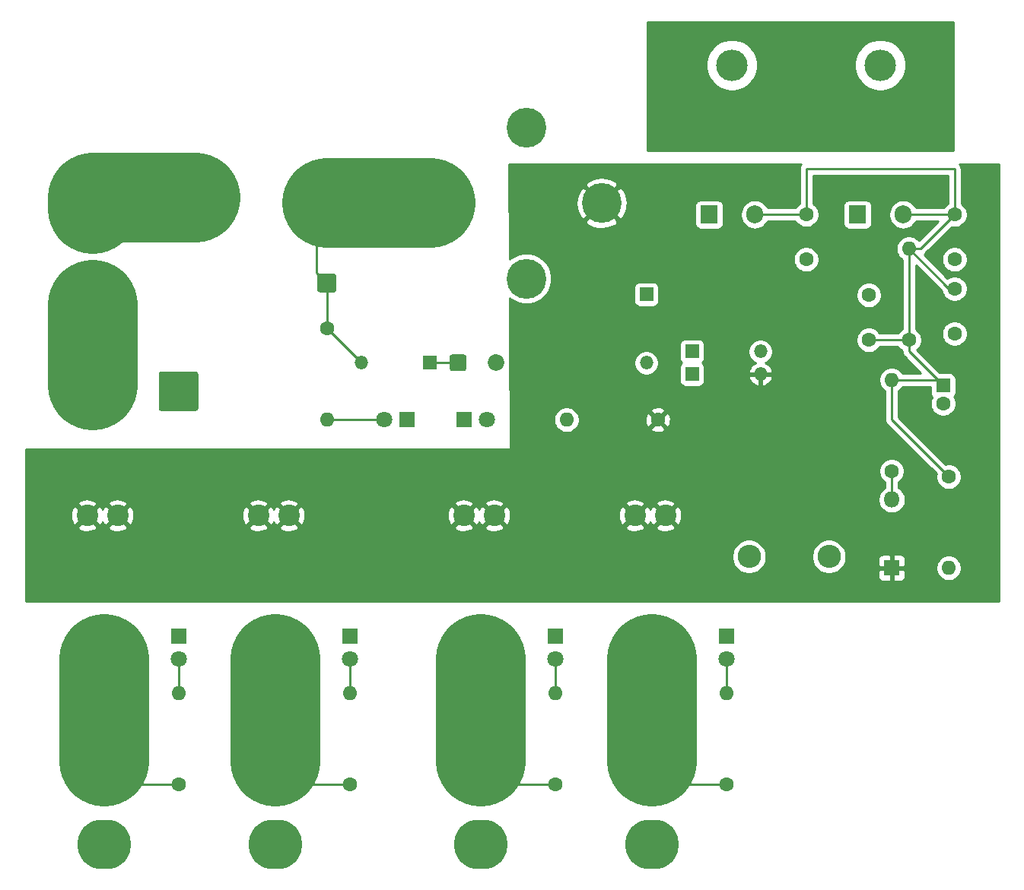
<source format=gbr>
%TF.GenerationSoftware,KiCad,Pcbnew,(5.1.9)-1*%
%TF.CreationDate,2021-05-13T23:27:45+01:00*%
%TF.ProjectId,PowerPole,506f7765-7250-46f6-9c65-2e6b69636164,rev?*%
%TF.SameCoordinates,Original*%
%TF.FileFunction,Copper,L1,Top*%
%TF.FilePolarity,Positive*%
%FSLAX46Y46*%
G04 Gerber Fmt 4.6, Leading zero omitted, Abs format (unit mm)*
G04 Created by KiCad (PCBNEW (5.1.9)-1) date 2021-05-13 23:27:45*
%MOMM*%
%LPD*%
G01*
G04 APERTURE LIST*
%TA.AperFunction,ComponentPad*%
%ADD10C,1.850000*%
%TD*%
%TA.AperFunction,ComponentPad*%
%ADD11C,4.428000*%
%TD*%
%TA.AperFunction,ComponentPad*%
%ADD12C,2.400000*%
%TD*%
%TA.AperFunction,ComponentPad*%
%ADD13O,6.000000X5.500000*%
%TD*%
%TA.AperFunction,ComponentPad*%
%ADD14O,1.600000X1.600000*%
%TD*%
%TA.AperFunction,ComponentPad*%
%ADD15C,1.600000*%
%TD*%
%TA.AperFunction,ComponentPad*%
%ADD16O,1.905000X2.000000*%
%TD*%
%TA.AperFunction,ComponentPad*%
%ADD17R,1.905000X2.000000*%
%TD*%
%TA.AperFunction,ComponentPad*%
%ADD18O,3.500000X3.500000*%
%TD*%
%TA.AperFunction,ComponentPad*%
%ADD19C,1.800000*%
%TD*%
%TA.AperFunction,ComponentPad*%
%ADD20R,1.800000X1.800000*%
%TD*%
%TA.AperFunction,ComponentPad*%
%ADD21O,1.500000X1.500000*%
%TD*%
%TA.AperFunction,ComponentPad*%
%ADD22R,1.500000X1.500000*%
%TD*%
%TA.AperFunction,ComponentPad*%
%ADD23O,2.600000X2.600000*%
%TD*%
%TA.AperFunction,ComponentPad*%
%ADD24R,2.600000X2.600000*%
%TD*%
%TA.AperFunction,ComponentPad*%
%ADD25O,1.800000X1.800000*%
%TD*%
%TA.AperFunction,ComponentPad*%
%ADD26R,1.600000X1.600000*%
%TD*%
%TA.AperFunction,Conductor*%
%ADD27C,0.250000*%
%TD*%
%TA.AperFunction,Conductor*%
%ADD28C,10.000000*%
%TD*%
%TA.AperFunction,Conductor*%
%ADD29C,0.254000*%
%TD*%
%TA.AperFunction,Conductor*%
%ADD30C,0.100000*%
%TD*%
%TA.AperFunction,NonConductor*%
%ADD31C,0.254000*%
%TD*%
%TA.AperFunction,NonConductor*%
%ADD32C,0.100000*%
%TD*%
G04 APERTURE END LIST*
D10*
%TO.P,SW1,2*%
%TO.N,Net-(D11-Pad2)*%
X143265000Y-54610000D03*
%TO.P,SW1,1*%
%TO.N,Net-(D14-Pad1)*%
%TA.AperFunction,ComponentPad*%
G36*
G01*
X138140000Y-55285001D02*
X138140000Y-53934999D01*
G75*
G02*
X138389999Y-53685000I249999J0D01*
G01*
X139740001Y-53685000D01*
G75*
G02*
X139990000Y-53934999I0J-249999D01*
G01*
X139990000Y-55285001D01*
G75*
G02*
X139740001Y-55535000I-249999J0D01*
G01*
X138389999Y-55535000D01*
G75*
G02*
X138140000Y-55285001I0J249999D01*
G01*
G37*
%TD.AperFunction*%
%TD*%
D11*
%TO.P,K1,87*%
%TO.N,/Vout*%
X155060000Y-36830000D03*
%TO.P,K1,86*%
%TO.N,Net-(D11-Pad1)*%
X146660000Y-45230000D03*
%TO.P,K1,85*%
%TO.N,/GND*%
X146660000Y-28430000D03*
%TO.P,K1,30*%
%TO.N,Net-(D14-Pad2)*%
X137160000Y-36830000D03*
%TD*%
D12*
%TO.P,F5,4*%
%TO.N,/Vout*%
X158750000Y-71620000D03*
%TO.P,F5,3*%
X162150000Y-71620000D03*
%TO.P,F5,2*%
%TO.N,Net-(F5-Pad1)*%
X162150000Y-85090000D03*
%TO.P,F5,1*%
X158750000Y-85090000D03*
%TD*%
%TO.P,F4,4*%
%TO.N,/Vout*%
X139700000Y-71620000D03*
%TO.P,F4,3*%
X143100000Y-71620000D03*
%TO.P,F4,2*%
%TO.N,Net-(F4-Pad1)*%
X143100000Y-85090000D03*
%TO.P,F4,1*%
X139700000Y-85090000D03*
%TD*%
%TO.P,F3,4*%
%TO.N,/Vout*%
X116840000Y-71620000D03*
%TO.P,F3,3*%
X120240000Y-71620000D03*
%TO.P,F3,2*%
%TO.N,Net-(F3-Pad1)*%
X120240000Y-85090000D03*
%TO.P,F3,1*%
X116840000Y-85090000D03*
%TD*%
%TO.P,F2,4*%
%TO.N,/Vout*%
X97790000Y-71620000D03*
%TO.P,F2,3*%
X101190000Y-71620000D03*
%TO.P,F2,2*%
%TO.N,Net-(F2-Pad1)*%
X101190000Y-85090000D03*
%TO.P,F2,1*%
X97790000Y-85090000D03*
%TD*%
%TO.P,F1,4*%
%TO.N,Net-(D14-Pad2)*%
X123325000Y-34925000D03*
%TO.P,F1,3*%
X123325000Y-38325000D03*
%TO.P,F1,2*%
%TO.N,Net-(F1-Pad1)*%
X109855000Y-38325000D03*
%TO.P,F1,1*%
X109855000Y-34925000D03*
%TD*%
D13*
%TO.P,J5,2*%
%TO.N,/GND*%
X99695000Y-108230000D03*
%TO.P,J5,1*%
%TO.N,Net-(F2-Pad1)*%
X99695000Y-100330000D03*
%TD*%
%TO.P,J4,2*%
%TO.N,/GND*%
X118745000Y-108230000D03*
%TO.P,J4,1*%
%TO.N,Net-(F3-Pad1)*%
X118745000Y-100330000D03*
%TD*%
%TO.P,J3,2*%
%TO.N,/GND*%
X141605000Y-108230000D03*
%TO.P,J3,1*%
%TO.N,Net-(F4-Pad1)*%
X141605000Y-100330000D03*
%TD*%
%TO.P,J2,2*%
%TO.N,/GND*%
X160655000Y-108230000D03*
%TO.P,J2,1*%
%TO.N,Net-(F5-Pad1)*%
X160655000Y-100330000D03*
%TD*%
%TO.P,J1,2*%
%TO.N,Net-(J1-Pad2)*%
X98425000Y-46635000D03*
%TO.P,J1,1*%
%TO.N,Net-(F1-Pad1)*%
X98425000Y-38735000D03*
%TD*%
D14*
%TO.P,R8,2*%
%TO.N,Net-(D15-Pad2)*%
X124460000Y-60960000D03*
D15*
%TO.P,R8,1*%
%TO.N,Net-(D14-Pad2)*%
X124460000Y-50800000D03*
%TD*%
%TO.P,J8,1*%
%TO.N,/GND*%
%TA.AperFunction,ComponentPad*%
G36*
G01*
X105750000Y-59734200D02*
X105750000Y-55835800D01*
G75*
G02*
X106000800Y-55585000I250800J0D01*
G01*
X109899200Y-55585000D01*
G75*
G02*
X110150000Y-55835800I0J-250800D01*
G01*
X110150000Y-59734200D01*
G75*
G02*
X109899200Y-59985000I-250800J0D01*
G01*
X106000800Y-59985000D01*
G75*
G02*
X105750000Y-59734200I0J250800D01*
G01*
G37*
%TD.AperFunction*%
%TD*%
%TO.P,J7,1*%
%TO.N,Net-(J1-Pad2)*%
%TA.AperFunction,ComponentPad*%
G36*
G01*
X96225000Y-59734200D02*
X96225000Y-55835800D01*
G75*
G02*
X96475800Y-55585000I250800J0D01*
G01*
X100374200Y-55585000D01*
G75*
G02*
X100625000Y-55835800I0J-250800D01*
G01*
X100625000Y-59734200D01*
G75*
G02*
X100374200Y-59985000I-250800J0D01*
G01*
X96475800Y-59985000D01*
G75*
G02*
X96225000Y-59734200I0J250800D01*
G01*
G37*
%TD.AperFunction*%
%TD*%
%TO.P,J6,1*%
%TO.N,Net-(D14-Pad2)*%
%TA.AperFunction,ComponentPad*%
G36*
G01*
X123410000Y-46520001D02*
X123410000Y-44919999D01*
G75*
G02*
X123659999Y-44670000I249999J0D01*
G01*
X125260001Y-44670000D01*
G75*
G02*
X125510000Y-44919999I0J-249999D01*
G01*
X125510000Y-46520001D01*
G75*
G02*
X125260001Y-46770000I-249999J0D01*
G01*
X123659999Y-46770000D01*
G75*
G02*
X123410000Y-46520001I0J249999D01*
G01*
G37*
%TD.AperFunction*%
%TD*%
%TO.P,C5,2*%
%TO.N,/GND*%
X177800000Y-43100000D03*
%TO.P,C5,1*%
%TO.N,Net-(C1-Pad1)*%
X177800000Y-38100000D03*
%TD*%
D16*
%TO.P,D1,3*%
%TO.N,Net-(C1-Pad1)*%
X172085000Y-38100000D03*
%TO.P,D1,2*%
%TO.N,/Vout*%
X169545000Y-38100000D03*
D17*
%TO.P,D1,1*%
%TO.N,/GND*%
X167005000Y-38100000D03*
D18*
%TO.P,D1,*%
%TO.N,*%
X169545000Y-21440000D03*
%TD*%
D14*
%TO.P,R9,2*%
%TO.N,Net-(C1-Pad1)*%
X189230000Y-41910000D03*
D15*
%TO.P,R9,1*%
X189230000Y-52070000D03*
%TD*%
D14*
%TO.P,R7,2*%
%TO.N,Net-(D10-Pad2)*%
X107950000Y-91440000D03*
D15*
%TO.P,R7,1*%
%TO.N,Net-(F2-Pad1)*%
X107950000Y-101600000D03*
%TD*%
D14*
%TO.P,R6,2*%
%TO.N,Net-(D9-Pad2)*%
X127000000Y-91440000D03*
D15*
%TO.P,R6,1*%
%TO.N,Net-(F3-Pad1)*%
X127000000Y-101600000D03*
%TD*%
D14*
%TO.P,R5,2*%
%TO.N,Net-(D8-Pad2)*%
X149860000Y-91440000D03*
D15*
%TO.P,R5,1*%
%TO.N,Net-(F4-Pad1)*%
X149860000Y-101600000D03*
%TD*%
D14*
%TO.P,R4,2*%
%TO.N,Net-(D7-Pad2)*%
X168910000Y-91440000D03*
D15*
%TO.P,R4,1*%
%TO.N,Net-(F5-Pad1)*%
X168910000Y-101600000D03*
%TD*%
D14*
%TO.P,R3,2*%
%TO.N,Net-(D6-Pad2)*%
X151130000Y-60960000D03*
D15*
%TO.P,R3,1*%
%TO.N,/Vout*%
X161290000Y-60960000D03*
%TD*%
D14*
%TO.P,R2,2*%
%TO.N,Net-(C1-Pad1)*%
X187325000Y-56515000D03*
D15*
%TO.P,R2,1*%
%TO.N,Net-(D3-Pad2)*%
X187325000Y-66675000D03*
%TD*%
D14*
%TO.P,R1,2*%
%TO.N,/GND*%
X193675000Y-77470000D03*
D15*
%TO.P,R1,1*%
%TO.N,Net-(C1-Pad1)*%
X193675000Y-67310000D03*
%TD*%
D19*
%TO.P,D15,2*%
%TO.N,Net-(D15-Pad2)*%
X130810000Y-60960000D03*
D20*
%TO.P,D15,1*%
%TO.N,/GND*%
X133350000Y-60960000D03*
%TD*%
D21*
%TO.P,D14,2*%
%TO.N,Net-(D14-Pad2)*%
X128270000Y-54610000D03*
D22*
%TO.P,D14,1*%
%TO.N,Net-(D14-Pad1)*%
X135890000Y-54610000D03*
%TD*%
D21*
%TO.P,D13,2*%
%TO.N,/GND*%
X172720000Y-53340000D03*
D22*
%TO.P,D13,1*%
%TO.N,Net-(D11-Pad1)*%
X165100000Y-53340000D03*
%TD*%
D21*
%TO.P,D12,2*%
%TO.N,/Vout*%
X172720000Y-55880000D03*
D22*
%TO.P,D12,1*%
%TO.N,Net-(D11-Pad2)*%
X165100000Y-55880000D03*
%TD*%
D21*
%TO.P,D11,2*%
%TO.N,Net-(D11-Pad2)*%
X160020000Y-54610000D03*
D22*
%TO.P,D11,1*%
%TO.N,Net-(D11-Pad1)*%
X160020000Y-46990000D03*
%TD*%
D19*
%TO.P,D10,2*%
%TO.N,Net-(D10-Pad2)*%
X107950000Y-87630000D03*
D20*
%TO.P,D10,1*%
%TO.N,/GND*%
X107950000Y-85090000D03*
%TD*%
D19*
%TO.P,D9,2*%
%TO.N,Net-(D9-Pad2)*%
X127000000Y-87630000D03*
D20*
%TO.P,D9,1*%
%TO.N,/GND*%
X127000000Y-85090000D03*
%TD*%
D19*
%TO.P,D8,2*%
%TO.N,Net-(D8-Pad2)*%
X149860000Y-87630000D03*
D20*
%TO.P,D8,1*%
%TO.N,/GND*%
X149860000Y-85090000D03*
%TD*%
D19*
%TO.P,D7,2*%
%TO.N,Net-(D7-Pad2)*%
X168910000Y-87630000D03*
D20*
%TO.P,D7,1*%
%TO.N,/GND*%
X168910000Y-85090000D03*
%TD*%
D19*
%TO.P,D6,2*%
%TO.N,Net-(D6-Pad2)*%
X142240000Y-60960000D03*
D20*
%TO.P,D6,1*%
%TO.N,/GND*%
X139700000Y-60960000D03*
%TD*%
D23*
%TO.P,D5,2*%
%TO.N,/GND*%
X180340000Y-76200000D03*
D24*
%TO.P,D5,1*%
%TO.N,/Vout*%
X180340000Y-60960000D03*
%TD*%
D23*
%TO.P,D4,2*%
%TO.N,/GND*%
X171450000Y-76200000D03*
D24*
%TO.P,D4,1*%
%TO.N,/Vout*%
X171450000Y-60960000D03*
%TD*%
D25*
%TO.P,D3,2*%
%TO.N,Net-(D3-Pad2)*%
X187325000Y-69850000D03*
D20*
%TO.P,D3,1*%
%TO.N,/Vout*%
X187325000Y-77470000D03*
%TD*%
D16*
%TO.P,D2,3*%
%TO.N,Net-(C1-Pad1)*%
X188595000Y-38100000D03*
%TO.P,D2,2*%
%TO.N,/Vout*%
X186055000Y-38100000D03*
D17*
%TO.P,D2,1*%
%TO.N,/GND*%
X183515000Y-38100000D03*
D18*
%TO.P,D2,*%
%TO.N,*%
X186055000Y-21440000D03*
%TD*%
D15*
%TO.P,C4,2*%
%TO.N,/GND*%
X184785000Y-47070000D03*
%TO.P,C4,1*%
%TO.N,Net-(C1-Pad1)*%
X184785000Y-52070000D03*
%TD*%
%TO.P,C3,2*%
%TO.N,/GND*%
X194310000Y-51355000D03*
%TO.P,C3,1*%
%TO.N,Net-(C1-Pad1)*%
X194310000Y-46355000D03*
%TD*%
%TO.P,C2,2*%
%TO.N,/GND*%
X194310000Y-43100000D03*
%TO.P,C2,1*%
%TO.N,Net-(C1-Pad1)*%
X194310000Y-38100000D03*
%TD*%
%TO.P,C1,2*%
%TO.N,/GND*%
X193040000Y-59150000D03*
D26*
%TO.P,C1,1*%
%TO.N,Net-(C1-Pad1)*%
X193040000Y-57150000D03*
%TD*%
D27*
%TO.N,Net-(C1-Pad1)*%
X172085000Y-38100000D02*
X177800000Y-38100000D01*
X188595000Y-38100000D02*
X194310000Y-38100000D01*
X194310000Y-38100000D02*
X194310000Y-34290000D01*
X177800000Y-34290000D02*
X177800000Y-38100000D01*
X190500000Y-41910000D02*
X194310000Y-38100000D01*
X189230000Y-41910000D02*
X190500000Y-41910000D01*
X177800000Y-34290000D02*
X177800000Y-33020000D01*
X177800000Y-33020000D02*
X194310000Y-33020000D01*
X194310000Y-33020000D02*
X194310000Y-34290000D01*
X193675000Y-46355000D02*
X194310000Y-46355000D01*
X189230000Y-41910000D02*
X193675000Y-46355000D01*
X189230000Y-41910000D02*
X189230000Y-52070000D01*
X184785000Y-52070000D02*
X189230000Y-52070000D01*
X189230000Y-53340000D02*
X193040000Y-57150000D01*
X189230000Y-52070000D02*
X189230000Y-53340000D01*
X192405000Y-56515000D02*
X193040000Y-57150000D01*
X187325000Y-56515000D02*
X192405000Y-56515000D01*
X187325000Y-60960000D02*
X193675000Y-67310000D01*
X187325000Y-56515000D02*
X187325000Y-60960000D01*
%TO.N,Net-(D3-Pad2)*%
X187325000Y-69850000D02*
X187325000Y-66675000D01*
%TO.N,Net-(D7-Pad2)*%
X168910000Y-87630000D02*
X168910000Y-91440000D01*
%TO.N,Net-(D8-Pad2)*%
X149860000Y-87630000D02*
X149860000Y-91440000D01*
%TO.N,Net-(D9-Pad2)*%
X127000000Y-87630000D02*
X127000000Y-91440000D01*
%TO.N,Net-(D10-Pad2)*%
X107950000Y-87630000D02*
X108585000Y-87630000D01*
X107950000Y-87630000D02*
X107950000Y-91440000D01*
D28*
%TO.N,Net-(D14-Pad2)*%
X136000000Y-36830000D02*
X124460000Y-36830000D01*
D27*
X123325000Y-44585000D02*
X124460000Y-45720000D01*
X123325000Y-38325000D02*
X123325000Y-44585000D01*
X124460000Y-45720000D02*
X124460000Y-50800000D01*
X124460000Y-50800000D02*
X128270000Y-54610000D01*
%TO.N,Net-(D14-Pad1)*%
X135890000Y-54610000D02*
X139065000Y-54610000D01*
%TO.N,Net-(D15-Pad2)*%
X124460000Y-60960000D02*
X130810000Y-60960000D01*
D28*
%TO.N,Net-(F1-Pad1)*%
X98425000Y-37500000D02*
X98425000Y-37000000D01*
X98425000Y-36195000D02*
X109855000Y-36195000D01*
%TO.N,Net-(F2-Pad1)*%
X99695000Y-99000000D02*
X99695000Y-87630000D01*
D27*
X100965000Y-101600000D02*
X99695000Y-100330000D01*
X107950000Y-101600000D02*
X100965000Y-101600000D01*
D28*
%TO.N,Net-(F3-Pad1)*%
X118745000Y-99000000D02*
X118745000Y-87630000D01*
D27*
X119380000Y-101600000D02*
X118110000Y-100330000D01*
X127000000Y-101600000D02*
X119380000Y-101600000D01*
D28*
%TO.N,Net-(F4-Pad1)*%
X141605000Y-99000000D02*
X141605000Y-87630000D01*
D27*
X142240000Y-101600000D02*
X140970000Y-100330000D01*
X149860000Y-101600000D02*
X142240000Y-101600000D01*
D28*
%TO.N,Net-(F5-Pad1)*%
X160655000Y-99000000D02*
X160655000Y-87630000D01*
D27*
X161290000Y-101600000D02*
X160020000Y-100330000D01*
X168910000Y-101600000D02*
X161290000Y-101600000D01*
D28*
%TO.N,Net-(J1-Pad2)*%
X98425000Y-57150000D02*
X98425000Y-48150000D01*
%TD*%
D29*
%TO.N,/Vout*%
X177165026Y-32595724D02*
X177094454Y-32727753D01*
X177050997Y-32871014D01*
X177036323Y-33020000D01*
X177040001Y-33057342D01*
X177040000Y-34252667D01*
X177040000Y-34252668D01*
X177040001Y-36881956D01*
X176885241Y-36985363D01*
X176685363Y-37185241D01*
X176581957Y-37340000D01*
X173504208Y-37340000D01*
X173411345Y-37166265D01*
X173212963Y-36924537D01*
X172971234Y-36726155D01*
X172695448Y-36578745D01*
X172396203Y-36487970D01*
X172085000Y-36457319D01*
X171773796Y-36487970D01*
X171474551Y-36578745D01*
X171198765Y-36726155D01*
X170957037Y-36924537D01*
X170758655Y-37166266D01*
X170611245Y-37442052D01*
X170520470Y-37741297D01*
X170497500Y-37974515D01*
X170497500Y-38225486D01*
X170520470Y-38458704D01*
X170611245Y-38757949D01*
X170758655Y-39033735D01*
X170957037Y-39275463D01*
X171198766Y-39473845D01*
X171474552Y-39621255D01*
X171773797Y-39712030D01*
X172085000Y-39742681D01*
X172396204Y-39712030D01*
X172695449Y-39621255D01*
X172971235Y-39473845D01*
X173212963Y-39275463D01*
X173411345Y-39033734D01*
X173504207Y-38860000D01*
X176581957Y-38860000D01*
X176685363Y-39014759D01*
X176885241Y-39214637D01*
X177120273Y-39371680D01*
X177381426Y-39479853D01*
X177658665Y-39535000D01*
X177941335Y-39535000D01*
X178218574Y-39479853D01*
X178479727Y-39371680D01*
X178714759Y-39214637D01*
X178914637Y-39014759D01*
X179071680Y-38779727D01*
X179179853Y-38518574D01*
X179235000Y-38241335D01*
X179235000Y-37958665D01*
X179179853Y-37681426D01*
X179071680Y-37420273D01*
X178914637Y-37185241D01*
X178829396Y-37100000D01*
X181924428Y-37100000D01*
X181924428Y-39100000D01*
X181936688Y-39224482D01*
X181972998Y-39344180D01*
X182031963Y-39454494D01*
X182111315Y-39551185D01*
X182208006Y-39630537D01*
X182318320Y-39689502D01*
X182438018Y-39725812D01*
X182562500Y-39738072D01*
X184467500Y-39738072D01*
X184591982Y-39725812D01*
X184711680Y-39689502D01*
X184821994Y-39630537D01*
X184918685Y-39551185D01*
X184998037Y-39454494D01*
X185057002Y-39344180D01*
X185093312Y-39224482D01*
X185105572Y-39100000D01*
X185105572Y-37100000D01*
X185093312Y-36975518D01*
X185057002Y-36855820D01*
X184998037Y-36745506D01*
X184918685Y-36648815D01*
X184821994Y-36569463D01*
X184711680Y-36510498D01*
X184591982Y-36474188D01*
X184467500Y-36461928D01*
X182562500Y-36461928D01*
X182438018Y-36474188D01*
X182318320Y-36510498D01*
X182208006Y-36569463D01*
X182111315Y-36648815D01*
X182031963Y-36745506D01*
X181972998Y-36855820D01*
X181936688Y-36975518D01*
X181924428Y-37100000D01*
X178829396Y-37100000D01*
X178714759Y-36985363D01*
X178560000Y-36881957D01*
X178560000Y-33780000D01*
X193550001Y-33780000D01*
X193550001Y-34252667D01*
X193550000Y-36881956D01*
X193395241Y-36985363D01*
X193195363Y-37185241D01*
X193091957Y-37340000D01*
X190014208Y-37340000D01*
X189921345Y-37166265D01*
X189722963Y-36924537D01*
X189481234Y-36726155D01*
X189205448Y-36578745D01*
X188906203Y-36487970D01*
X188595000Y-36457319D01*
X188283796Y-36487970D01*
X187984551Y-36578745D01*
X187708765Y-36726155D01*
X187467037Y-36924537D01*
X187268655Y-37166266D01*
X187121245Y-37442052D01*
X187030470Y-37741297D01*
X187007500Y-37974515D01*
X187007500Y-38225486D01*
X187030470Y-38458704D01*
X187121245Y-38757949D01*
X187268655Y-39033735D01*
X187467037Y-39275463D01*
X187708766Y-39473845D01*
X187984552Y-39621255D01*
X188283797Y-39712030D01*
X188595000Y-39742681D01*
X188906204Y-39712030D01*
X189205449Y-39621255D01*
X189481235Y-39473845D01*
X189722963Y-39275463D01*
X189921345Y-39033734D01*
X190014207Y-38860000D01*
X192475198Y-38860000D01*
X190342297Y-40992901D01*
X190144759Y-40795363D01*
X189909727Y-40638320D01*
X189648574Y-40530147D01*
X189371335Y-40475000D01*
X189088665Y-40475000D01*
X188811426Y-40530147D01*
X188550273Y-40638320D01*
X188315241Y-40795363D01*
X188115363Y-40995241D01*
X187958320Y-41230273D01*
X187850147Y-41491426D01*
X187795000Y-41768665D01*
X187795000Y-42051335D01*
X187850147Y-42328574D01*
X187958320Y-42589727D01*
X188115363Y-42824759D01*
X188315241Y-43024637D01*
X188470000Y-43128044D01*
X188470001Y-50851956D01*
X188315241Y-50955363D01*
X188115363Y-51155241D01*
X188011957Y-51310000D01*
X186003043Y-51310000D01*
X185899637Y-51155241D01*
X185699759Y-50955363D01*
X185464727Y-50798320D01*
X185203574Y-50690147D01*
X184926335Y-50635000D01*
X184643665Y-50635000D01*
X184366426Y-50690147D01*
X184105273Y-50798320D01*
X183870241Y-50955363D01*
X183670363Y-51155241D01*
X183513320Y-51390273D01*
X183405147Y-51651426D01*
X183350000Y-51928665D01*
X183350000Y-52211335D01*
X183405147Y-52488574D01*
X183513320Y-52749727D01*
X183670363Y-52984759D01*
X183870241Y-53184637D01*
X184105273Y-53341680D01*
X184366426Y-53449853D01*
X184643665Y-53505000D01*
X184926335Y-53505000D01*
X185203574Y-53449853D01*
X185464727Y-53341680D01*
X185699759Y-53184637D01*
X185899637Y-52984759D01*
X186003043Y-52830000D01*
X188011957Y-52830000D01*
X188115363Y-52984759D01*
X188315241Y-53184637D01*
X188470001Y-53288044D01*
X188470001Y-53302668D01*
X188466324Y-53340000D01*
X188470001Y-53377333D01*
X188479760Y-53476411D01*
X188480998Y-53488985D01*
X188524454Y-53632246D01*
X188595026Y-53764276D01*
X188665379Y-53850000D01*
X188690000Y-53880001D01*
X188718998Y-53903799D01*
X190570199Y-55755000D01*
X188543043Y-55755000D01*
X188439637Y-55600241D01*
X188239759Y-55400363D01*
X188004727Y-55243320D01*
X187743574Y-55135147D01*
X187466335Y-55080000D01*
X187183665Y-55080000D01*
X186906426Y-55135147D01*
X186645273Y-55243320D01*
X186410241Y-55400363D01*
X186210363Y-55600241D01*
X186053320Y-55835273D01*
X185945147Y-56096426D01*
X185890000Y-56373665D01*
X185890000Y-56656335D01*
X185945147Y-56933574D01*
X186053320Y-57194727D01*
X186210363Y-57429759D01*
X186410241Y-57629637D01*
X186565000Y-57733044D01*
X186565001Y-60922668D01*
X186561324Y-60960000D01*
X186565001Y-60997333D01*
X186575245Y-61101335D01*
X186575998Y-61108985D01*
X186619454Y-61252246D01*
X186690026Y-61384276D01*
X186761201Y-61471002D01*
X186785000Y-61500001D01*
X186813998Y-61523799D01*
X192276312Y-66986114D01*
X192240000Y-67168665D01*
X192240000Y-67451335D01*
X192295147Y-67728574D01*
X192403320Y-67989727D01*
X192560363Y-68224759D01*
X192760241Y-68424637D01*
X192995273Y-68581680D01*
X193256426Y-68689853D01*
X193533665Y-68745000D01*
X193816335Y-68745000D01*
X194093574Y-68689853D01*
X194354727Y-68581680D01*
X194589759Y-68424637D01*
X194789637Y-68224759D01*
X194946680Y-67989727D01*
X195054853Y-67728574D01*
X195110000Y-67451335D01*
X195110000Y-67168665D01*
X195054853Y-66891426D01*
X194946680Y-66630273D01*
X194789637Y-66395241D01*
X194589759Y-66195363D01*
X194354727Y-66038320D01*
X194093574Y-65930147D01*
X193816335Y-65875000D01*
X193533665Y-65875000D01*
X193351114Y-65911312D01*
X188085000Y-60645199D01*
X188085000Y-57733043D01*
X188239759Y-57629637D01*
X188439637Y-57429759D01*
X188543043Y-57275000D01*
X191601928Y-57275000D01*
X191601928Y-57950000D01*
X191614188Y-58074482D01*
X191650498Y-58194180D01*
X191709463Y-58304494D01*
X191788815Y-58401185D01*
X191805393Y-58414790D01*
X191768320Y-58470273D01*
X191660147Y-58731426D01*
X191605000Y-59008665D01*
X191605000Y-59291335D01*
X191660147Y-59568574D01*
X191768320Y-59829727D01*
X191925363Y-60064759D01*
X192125241Y-60264637D01*
X192360273Y-60421680D01*
X192621426Y-60529853D01*
X192898665Y-60585000D01*
X193181335Y-60585000D01*
X193458574Y-60529853D01*
X193719727Y-60421680D01*
X193954759Y-60264637D01*
X194154637Y-60064759D01*
X194311680Y-59829727D01*
X194419853Y-59568574D01*
X194475000Y-59291335D01*
X194475000Y-59008665D01*
X194419853Y-58731426D01*
X194311680Y-58470273D01*
X194274607Y-58414790D01*
X194291185Y-58401185D01*
X194370537Y-58304494D01*
X194429502Y-58194180D01*
X194465812Y-58074482D01*
X194478072Y-57950000D01*
X194478072Y-56350000D01*
X194465812Y-56225518D01*
X194429502Y-56105820D01*
X194370537Y-55995506D01*
X194291185Y-55898815D01*
X194194494Y-55819463D01*
X194084180Y-55760498D01*
X193964482Y-55724188D01*
X193840000Y-55711928D01*
X192676730Y-55711928D01*
X190147099Y-53182297D01*
X190344637Y-52984759D01*
X190501680Y-52749727D01*
X190609853Y-52488574D01*
X190665000Y-52211335D01*
X190665000Y-51928665D01*
X190609853Y-51651426D01*
X190501680Y-51390273D01*
X190383675Y-51213665D01*
X192875000Y-51213665D01*
X192875000Y-51496335D01*
X192930147Y-51773574D01*
X193038320Y-52034727D01*
X193195363Y-52269759D01*
X193395241Y-52469637D01*
X193630273Y-52626680D01*
X193891426Y-52734853D01*
X194168665Y-52790000D01*
X194451335Y-52790000D01*
X194728574Y-52734853D01*
X194989727Y-52626680D01*
X195224759Y-52469637D01*
X195424637Y-52269759D01*
X195581680Y-52034727D01*
X195689853Y-51773574D01*
X195745000Y-51496335D01*
X195745000Y-51213665D01*
X195689853Y-50936426D01*
X195581680Y-50675273D01*
X195424637Y-50440241D01*
X195224759Y-50240363D01*
X194989727Y-50083320D01*
X194728574Y-49975147D01*
X194451335Y-49920000D01*
X194168665Y-49920000D01*
X193891426Y-49975147D01*
X193630273Y-50083320D01*
X193395241Y-50240363D01*
X193195363Y-50440241D01*
X193038320Y-50675273D01*
X192930147Y-50936426D01*
X192875000Y-51213665D01*
X190383675Y-51213665D01*
X190344637Y-51155241D01*
X190144759Y-50955363D01*
X189990000Y-50851957D01*
X189990000Y-43744801D01*
X192908141Y-46662943D01*
X192930147Y-46773574D01*
X193038320Y-47034727D01*
X193195363Y-47269759D01*
X193395241Y-47469637D01*
X193630273Y-47626680D01*
X193891426Y-47734853D01*
X194168665Y-47790000D01*
X194451335Y-47790000D01*
X194728574Y-47734853D01*
X194989727Y-47626680D01*
X195224759Y-47469637D01*
X195424637Y-47269759D01*
X195581680Y-47034727D01*
X195689853Y-46773574D01*
X195745000Y-46496335D01*
X195745000Y-46213665D01*
X195689853Y-45936426D01*
X195581680Y-45675273D01*
X195424637Y-45440241D01*
X195224759Y-45240363D01*
X194989727Y-45083320D01*
X194728574Y-44975147D01*
X194451335Y-44920000D01*
X194168665Y-44920000D01*
X193891426Y-44975147D01*
X193630273Y-45083320D01*
X193539065Y-45144263D01*
X191353467Y-42958665D01*
X192875000Y-42958665D01*
X192875000Y-43241335D01*
X192930147Y-43518574D01*
X193038320Y-43779727D01*
X193195363Y-44014759D01*
X193395241Y-44214637D01*
X193630273Y-44371680D01*
X193891426Y-44479853D01*
X194168665Y-44535000D01*
X194451335Y-44535000D01*
X194728574Y-44479853D01*
X194989727Y-44371680D01*
X195224759Y-44214637D01*
X195424637Y-44014759D01*
X195581680Y-43779727D01*
X195689853Y-43518574D01*
X195745000Y-43241335D01*
X195745000Y-42958665D01*
X195689853Y-42681426D01*
X195581680Y-42420273D01*
X195424637Y-42185241D01*
X195224759Y-41985363D01*
X194989727Y-41828320D01*
X194728574Y-41720147D01*
X194451335Y-41665000D01*
X194168665Y-41665000D01*
X193891426Y-41720147D01*
X193630273Y-41828320D01*
X193395241Y-41985363D01*
X193195363Y-42185241D01*
X193038320Y-42420273D01*
X192930147Y-42681426D01*
X192875000Y-42958665D01*
X191353467Y-42958665D01*
X190932789Y-42537988D01*
X191040001Y-42450001D01*
X191063804Y-42420997D01*
X193986114Y-39498688D01*
X194168665Y-39535000D01*
X194451335Y-39535000D01*
X194728574Y-39479853D01*
X194989727Y-39371680D01*
X195224759Y-39214637D01*
X195424637Y-39014759D01*
X195581680Y-38779727D01*
X195689853Y-38518574D01*
X195745000Y-38241335D01*
X195745000Y-37958665D01*
X195689853Y-37681426D01*
X195581680Y-37420273D01*
X195424637Y-37185241D01*
X195224759Y-36985363D01*
X195070000Y-36881957D01*
X195070000Y-33057333D01*
X195073677Y-33020000D01*
X195059003Y-32871014D01*
X195015546Y-32727753D01*
X194944974Y-32595724D01*
X194876264Y-32512000D01*
X199263000Y-32512000D01*
X199263000Y-81153000D01*
X90932000Y-81153000D01*
X90932000Y-78370000D01*
X185786928Y-78370000D01*
X185799188Y-78494482D01*
X185835498Y-78614180D01*
X185894463Y-78724494D01*
X185973815Y-78821185D01*
X186070506Y-78900537D01*
X186180820Y-78959502D01*
X186300518Y-78995812D01*
X186425000Y-79008072D01*
X187039250Y-79005000D01*
X187198000Y-78846250D01*
X187198000Y-77597000D01*
X187452000Y-77597000D01*
X187452000Y-78846250D01*
X187610750Y-79005000D01*
X188225000Y-79008072D01*
X188349482Y-78995812D01*
X188469180Y-78959502D01*
X188579494Y-78900537D01*
X188676185Y-78821185D01*
X188755537Y-78724494D01*
X188814502Y-78614180D01*
X188850812Y-78494482D01*
X188863072Y-78370000D01*
X188860000Y-77755750D01*
X188701250Y-77597000D01*
X187452000Y-77597000D01*
X187198000Y-77597000D01*
X185948750Y-77597000D01*
X185790000Y-77755750D01*
X185786928Y-78370000D01*
X90932000Y-78370000D01*
X90932000Y-76009419D01*
X169515000Y-76009419D01*
X169515000Y-76390581D01*
X169589361Y-76764419D01*
X169735225Y-77116566D01*
X169946987Y-77433491D01*
X170216509Y-77703013D01*
X170533434Y-77914775D01*
X170885581Y-78060639D01*
X171259419Y-78135000D01*
X171640581Y-78135000D01*
X172014419Y-78060639D01*
X172366566Y-77914775D01*
X172683491Y-77703013D01*
X172953013Y-77433491D01*
X173164775Y-77116566D01*
X173310639Y-76764419D01*
X173385000Y-76390581D01*
X173385000Y-76009419D01*
X178405000Y-76009419D01*
X178405000Y-76390581D01*
X178479361Y-76764419D01*
X178625225Y-77116566D01*
X178836987Y-77433491D01*
X179106509Y-77703013D01*
X179423434Y-77914775D01*
X179775581Y-78060639D01*
X180149419Y-78135000D01*
X180530581Y-78135000D01*
X180904419Y-78060639D01*
X181256566Y-77914775D01*
X181573491Y-77703013D01*
X181843013Y-77433491D01*
X182054775Y-77116566D01*
X182200639Y-76764419D01*
X182239311Y-76570000D01*
X185786928Y-76570000D01*
X185790000Y-77184250D01*
X185948750Y-77343000D01*
X187198000Y-77343000D01*
X187198000Y-76093750D01*
X187452000Y-76093750D01*
X187452000Y-77343000D01*
X188701250Y-77343000D01*
X188715585Y-77328665D01*
X192240000Y-77328665D01*
X192240000Y-77611335D01*
X192295147Y-77888574D01*
X192403320Y-78149727D01*
X192560363Y-78384759D01*
X192760241Y-78584637D01*
X192995273Y-78741680D01*
X193256426Y-78849853D01*
X193533665Y-78905000D01*
X193816335Y-78905000D01*
X194093574Y-78849853D01*
X194354727Y-78741680D01*
X194589759Y-78584637D01*
X194789637Y-78384759D01*
X194946680Y-78149727D01*
X195054853Y-77888574D01*
X195110000Y-77611335D01*
X195110000Y-77328665D01*
X195054853Y-77051426D01*
X194946680Y-76790273D01*
X194789637Y-76555241D01*
X194589759Y-76355363D01*
X194354727Y-76198320D01*
X194093574Y-76090147D01*
X193816335Y-76035000D01*
X193533665Y-76035000D01*
X193256426Y-76090147D01*
X192995273Y-76198320D01*
X192760241Y-76355363D01*
X192560363Y-76555241D01*
X192403320Y-76790273D01*
X192295147Y-77051426D01*
X192240000Y-77328665D01*
X188715585Y-77328665D01*
X188860000Y-77184250D01*
X188863072Y-76570000D01*
X188850812Y-76445518D01*
X188814502Y-76325820D01*
X188755537Y-76215506D01*
X188676185Y-76118815D01*
X188579494Y-76039463D01*
X188469180Y-75980498D01*
X188349482Y-75944188D01*
X188225000Y-75931928D01*
X187610750Y-75935000D01*
X187452000Y-76093750D01*
X187198000Y-76093750D01*
X187039250Y-75935000D01*
X186425000Y-75931928D01*
X186300518Y-75944188D01*
X186180820Y-75980498D01*
X186070506Y-76039463D01*
X185973815Y-76118815D01*
X185894463Y-76215506D01*
X185835498Y-76325820D01*
X185799188Y-76445518D01*
X185786928Y-76570000D01*
X182239311Y-76570000D01*
X182275000Y-76390581D01*
X182275000Y-76009419D01*
X182200639Y-75635581D01*
X182054775Y-75283434D01*
X181843013Y-74966509D01*
X181573491Y-74696987D01*
X181256566Y-74485225D01*
X180904419Y-74339361D01*
X180530581Y-74265000D01*
X180149419Y-74265000D01*
X179775581Y-74339361D01*
X179423434Y-74485225D01*
X179106509Y-74696987D01*
X178836987Y-74966509D01*
X178625225Y-75283434D01*
X178479361Y-75635581D01*
X178405000Y-76009419D01*
X173385000Y-76009419D01*
X173310639Y-75635581D01*
X173164775Y-75283434D01*
X172953013Y-74966509D01*
X172683491Y-74696987D01*
X172366566Y-74485225D01*
X172014419Y-74339361D01*
X171640581Y-74265000D01*
X171259419Y-74265000D01*
X170885581Y-74339361D01*
X170533434Y-74485225D01*
X170216509Y-74696987D01*
X169946987Y-74966509D01*
X169735225Y-75283434D01*
X169589361Y-75635581D01*
X169515000Y-76009419D01*
X90932000Y-76009419D01*
X90932000Y-72897980D01*
X96691626Y-72897980D01*
X96811514Y-73182836D01*
X97135210Y-73343699D01*
X97484069Y-73438322D01*
X97844684Y-73463067D01*
X98203198Y-73416985D01*
X98545833Y-73301846D01*
X98768486Y-73182836D01*
X98888374Y-72897980D01*
X100091626Y-72897980D01*
X100211514Y-73182836D01*
X100535210Y-73343699D01*
X100884069Y-73438322D01*
X101244684Y-73463067D01*
X101603198Y-73416985D01*
X101945833Y-73301846D01*
X102168486Y-73182836D01*
X102288374Y-72897980D01*
X115741626Y-72897980D01*
X115861514Y-73182836D01*
X116185210Y-73343699D01*
X116534069Y-73438322D01*
X116894684Y-73463067D01*
X117253198Y-73416985D01*
X117595833Y-73301846D01*
X117818486Y-73182836D01*
X117938374Y-72897980D01*
X119141626Y-72897980D01*
X119261514Y-73182836D01*
X119585210Y-73343699D01*
X119934069Y-73438322D01*
X120294684Y-73463067D01*
X120653198Y-73416985D01*
X120995833Y-73301846D01*
X121218486Y-73182836D01*
X121338374Y-72897980D01*
X138601626Y-72897980D01*
X138721514Y-73182836D01*
X139045210Y-73343699D01*
X139394069Y-73438322D01*
X139754684Y-73463067D01*
X140113198Y-73416985D01*
X140455833Y-73301846D01*
X140678486Y-73182836D01*
X140798374Y-72897980D01*
X142001626Y-72897980D01*
X142121514Y-73182836D01*
X142445210Y-73343699D01*
X142794069Y-73438322D01*
X143154684Y-73463067D01*
X143513198Y-73416985D01*
X143855833Y-73301846D01*
X144078486Y-73182836D01*
X144198374Y-72897980D01*
X157651626Y-72897980D01*
X157771514Y-73182836D01*
X158095210Y-73343699D01*
X158444069Y-73438322D01*
X158804684Y-73463067D01*
X159163198Y-73416985D01*
X159505833Y-73301846D01*
X159728486Y-73182836D01*
X159848374Y-72897980D01*
X161051626Y-72897980D01*
X161171514Y-73182836D01*
X161495210Y-73343699D01*
X161844069Y-73438322D01*
X162204684Y-73463067D01*
X162563198Y-73416985D01*
X162905833Y-73301846D01*
X163128486Y-73182836D01*
X163248374Y-72897980D01*
X162150000Y-71799605D01*
X161051626Y-72897980D01*
X159848374Y-72897980D01*
X158750000Y-71799605D01*
X157651626Y-72897980D01*
X144198374Y-72897980D01*
X143100000Y-71799605D01*
X142001626Y-72897980D01*
X140798374Y-72897980D01*
X139700000Y-71799605D01*
X138601626Y-72897980D01*
X121338374Y-72897980D01*
X120240000Y-71799605D01*
X119141626Y-72897980D01*
X117938374Y-72897980D01*
X116840000Y-71799605D01*
X115741626Y-72897980D01*
X102288374Y-72897980D01*
X101190000Y-71799605D01*
X100091626Y-72897980D01*
X98888374Y-72897980D01*
X97790000Y-71799605D01*
X96691626Y-72897980D01*
X90932000Y-72897980D01*
X90932000Y-71674684D01*
X95946933Y-71674684D01*
X95993015Y-72033198D01*
X96108154Y-72375833D01*
X96227164Y-72598486D01*
X96512020Y-72718374D01*
X97610395Y-71620000D01*
X97969605Y-71620000D01*
X99067980Y-72718374D01*
X99352836Y-72598486D01*
X99490134Y-72322209D01*
X99508154Y-72375833D01*
X99627164Y-72598486D01*
X99912020Y-72718374D01*
X101010395Y-71620000D01*
X101369605Y-71620000D01*
X102467980Y-72718374D01*
X102752836Y-72598486D01*
X102913699Y-72274790D01*
X103008322Y-71925931D01*
X103025562Y-71674684D01*
X114996933Y-71674684D01*
X115043015Y-72033198D01*
X115158154Y-72375833D01*
X115277164Y-72598486D01*
X115562020Y-72718374D01*
X116660395Y-71620000D01*
X117019605Y-71620000D01*
X118117980Y-72718374D01*
X118402836Y-72598486D01*
X118540134Y-72322209D01*
X118558154Y-72375833D01*
X118677164Y-72598486D01*
X118962020Y-72718374D01*
X120060395Y-71620000D01*
X120419605Y-71620000D01*
X121517980Y-72718374D01*
X121802836Y-72598486D01*
X121963699Y-72274790D01*
X122058322Y-71925931D01*
X122075562Y-71674684D01*
X137856933Y-71674684D01*
X137903015Y-72033198D01*
X138018154Y-72375833D01*
X138137164Y-72598486D01*
X138422020Y-72718374D01*
X139520395Y-71620000D01*
X139879605Y-71620000D01*
X140977980Y-72718374D01*
X141262836Y-72598486D01*
X141400134Y-72322209D01*
X141418154Y-72375833D01*
X141537164Y-72598486D01*
X141822020Y-72718374D01*
X142920395Y-71620000D01*
X143279605Y-71620000D01*
X144377980Y-72718374D01*
X144662836Y-72598486D01*
X144823699Y-72274790D01*
X144918322Y-71925931D01*
X144935562Y-71674684D01*
X156906933Y-71674684D01*
X156953015Y-72033198D01*
X157068154Y-72375833D01*
X157187164Y-72598486D01*
X157472020Y-72718374D01*
X158570395Y-71620000D01*
X158929605Y-71620000D01*
X160027980Y-72718374D01*
X160312836Y-72598486D01*
X160450134Y-72322209D01*
X160468154Y-72375833D01*
X160587164Y-72598486D01*
X160872020Y-72718374D01*
X161970395Y-71620000D01*
X162329605Y-71620000D01*
X163427980Y-72718374D01*
X163712836Y-72598486D01*
X163873699Y-72274790D01*
X163968322Y-71925931D01*
X163993067Y-71565316D01*
X163946985Y-71206802D01*
X163831846Y-70864167D01*
X163712836Y-70641514D01*
X163427980Y-70521626D01*
X162329605Y-71620000D01*
X161970395Y-71620000D01*
X160872020Y-70521626D01*
X160587164Y-70641514D01*
X160449866Y-70917791D01*
X160431846Y-70864167D01*
X160312836Y-70641514D01*
X160027980Y-70521626D01*
X158929605Y-71620000D01*
X158570395Y-71620000D01*
X157472020Y-70521626D01*
X157187164Y-70641514D01*
X157026301Y-70965210D01*
X156931678Y-71314069D01*
X156906933Y-71674684D01*
X144935562Y-71674684D01*
X144943067Y-71565316D01*
X144896985Y-71206802D01*
X144781846Y-70864167D01*
X144662836Y-70641514D01*
X144377980Y-70521626D01*
X143279605Y-71620000D01*
X142920395Y-71620000D01*
X141822020Y-70521626D01*
X141537164Y-70641514D01*
X141399866Y-70917791D01*
X141381846Y-70864167D01*
X141262836Y-70641514D01*
X140977980Y-70521626D01*
X139879605Y-71620000D01*
X139520395Y-71620000D01*
X138422020Y-70521626D01*
X138137164Y-70641514D01*
X137976301Y-70965210D01*
X137881678Y-71314069D01*
X137856933Y-71674684D01*
X122075562Y-71674684D01*
X122083067Y-71565316D01*
X122036985Y-71206802D01*
X121921846Y-70864167D01*
X121802836Y-70641514D01*
X121517980Y-70521626D01*
X120419605Y-71620000D01*
X120060395Y-71620000D01*
X118962020Y-70521626D01*
X118677164Y-70641514D01*
X118539866Y-70917791D01*
X118521846Y-70864167D01*
X118402836Y-70641514D01*
X118117980Y-70521626D01*
X117019605Y-71620000D01*
X116660395Y-71620000D01*
X115562020Y-70521626D01*
X115277164Y-70641514D01*
X115116301Y-70965210D01*
X115021678Y-71314069D01*
X114996933Y-71674684D01*
X103025562Y-71674684D01*
X103033067Y-71565316D01*
X102986985Y-71206802D01*
X102871846Y-70864167D01*
X102752836Y-70641514D01*
X102467980Y-70521626D01*
X101369605Y-71620000D01*
X101010395Y-71620000D01*
X99912020Y-70521626D01*
X99627164Y-70641514D01*
X99489866Y-70917791D01*
X99471846Y-70864167D01*
X99352836Y-70641514D01*
X99067980Y-70521626D01*
X97969605Y-71620000D01*
X97610395Y-71620000D01*
X96512020Y-70521626D01*
X96227164Y-70641514D01*
X96066301Y-70965210D01*
X95971678Y-71314069D01*
X95946933Y-71674684D01*
X90932000Y-71674684D01*
X90932000Y-70342020D01*
X96691626Y-70342020D01*
X97790000Y-71440395D01*
X98888374Y-70342020D01*
X100091626Y-70342020D01*
X101190000Y-71440395D01*
X102288374Y-70342020D01*
X115741626Y-70342020D01*
X116840000Y-71440395D01*
X117938374Y-70342020D01*
X119141626Y-70342020D01*
X120240000Y-71440395D01*
X121338374Y-70342020D01*
X138601626Y-70342020D01*
X139700000Y-71440395D01*
X140798374Y-70342020D01*
X142001626Y-70342020D01*
X143100000Y-71440395D01*
X144198374Y-70342020D01*
X157651626Y-70342020D01*
X158750000Y-71440395D01*
X159848374Y-70342020D01*
X161051626Y-70342020D01*
X162150000Y-71440395D01*
X163248374Y-70342020D01*
X163128486Y-70057164D01*
X162804790Y-69896301D01*
X162455931Y-69801678D01*
X162095316Y-69776933D01*
X161736802Y-69823015D01*
X161394167Y-69938154D01*
X161171514Y-70057164D01*
X161051626Y-70342020D01*
X159848374Y-70342020D01*
X159728486Y-70057164D01*
X159404790Y-69896301D01*
X159055931Y-69801678D01*
X158695316Y-69776933D01*
X158336802Y-69823015D01*
X157994167Y-69938154D01*
X157771514Y-70057164D01*
X157651626Y-70342020D01*
X144198374Y-70342020D01*
X144078486Y-70057164D01*
X143754790Y-69896301D01*
X143405931Y-69801678D01*
X143045316Y-69776933D01*
X142686802Y-69823015D01*
X142344167Y-69938154D01*
X142121514Y-70057164D01*
X142001626Y-70342020D01*
X140798374Y-70342020D01*
X140678486Y-70057164D01*
X140354790Y-69896301D01*
X140005931Y-69801678D01*
X139645316Y-69776933D01*
X139286802Y-69823015D01*
X138944167Y-69938154D01*
X138721514Y-70057164D01*
X138601626Y-70342020D01*
X121338374Y-70342020D01*
X121218486Y-70057164D01*
X120894790Y-69896301D01*
X120545931Y-69801678D01*
X120185316Y-69776933D01*
X119826802Y-69823015D01*
X119484167Y-69938154D01*
X119261514Y-70057164D01*
X119141626Y-70342020D01*
X117938374Y-70342020D01*
X117818486Y-70057164D01*
X117494790Y-69896301D01*
X117145931Y-69801678D01*
X116785316Y-69776933D01*
X116426802Y-69823015D01*
X116084167Y-69938154D01*
X115861514Y-70057164D01*
X115741626Y-70342020D01*
X102288374Y-70342020D01*
X102168486Y-70057164D01*
X101844790Y-69896301D01*
X101495931Y-69801678D01*
X101135316Y-69776933D01*
X100776802Y-69823015D01*
X100434167Y-69938154D01*
X100211514Y-70057164D01*
X100091626Y-70342020D01*
X98888374Y-70342020D01*
X98768486Y-70057164D01*
X98444790Y-69896301D01*
X98095931Y-69801678D01*
X97735316Y-69776933D01*
X97376802Y-69823015D01*
X97034167Y-69938154D01*
X96811514Y-70057164D01*
X96691626Y-70342020D01*
X90932000Y-70342020D01*
X90932000Y-69698816D01*
X185790000Y-69698816D01*
X185790000Y-70001184D01*
X185848989Y-70297743D01*
X185964701Y-70577095D01*
X186132688Y-70828505D01*
X186346495Y-71042312D01*
X186597905Y-71210299D01*
X186877257Y-71326011D01*
X187173816Y-71385000D01*
X187476184Y-71385000D01*
X187772743Y-71326011D01*
X188052095Y-71210299D01*
X188303505Y-71042312D01*
X188517312Y-70828505D01*
X188685299Y-70577095D01*
X188801011Y-70297743D01*
X188860000Y-70001184D01*
X188860000Y-69698816D01*
X188801011Y-69402257D01*
X188685299Y-69122905D01*
X188517312Y-68871495D01*
X188303505Y-68657688D01*
X188085000Y-68511687D01*
X188085000Y-67893043D01*
X188239759Y-67789637D01*
X188439637Y-67589759D01*
X188596680Y-67354727D01*
X188704853Y-67093574D01*
X188760000Y-66816335D01*
X188760000Y-66533665D01*
X188704853Y-66256426D01*
X188596680Y-65995273D01*
X188439637Y-65760241D01*
X188239759Y-65560363D01*
X188004727Y-65403320D01*
X187743574Y-65295147D01*
X187466335Y-65240000D01*
X187183665Y-65240000D01*
X186906426Y-65295147D01*
X186645273Y-65403320D01*
X186410241Y-65560363D01*
X186210363Y-65760241D01*
X186053320Y-65995273D01*
X185945147Y-66256426D01*
X185890000Y-66533665D01*
X185890000Y-66816335D01*
X185945147Y-67093574D01*
X186053320Y-67354727D01*
X186210363Y-67589759D01*
X186410241Y-67789637D01*
X186565001Y-67893044D01*
X186565000Y-68511687D01*
X186346495Y-68657688D01*
X186132688Y-68871495D01*
X185964701Y-69122905D01*
X185848989Y-69402257D01*
X185790000Y-69698816D01*
X90932000Y-69698816D01*
X90932000Y-64262000D01*
X144780000Y-64262000D01*
X144804776Y-64259560D01*
X144828601Y-64252333D01*
X144850557Y-64240597D01*
X144869803Y-64224803D01*
X144885597Y-64205557D01*
X144897333Y-64183601D01*
X144904560Y-64159776D01*
X144906998Y-64134365D01*
X144890420Y-60818665D01*
X149695000Y-60818665D01*
X149695000Y-61101335D01*
X149750147Y-61378574D01*
X149858320Y-61639727D01*
X150015363Y-61874759D01*
X150215241Y-62074637D01*
X150450273Y-62231680D01*
X150711426Y-62339853D01*
X150988665Y-62395000D01*
X151271335Y-62395000D01*
X151548574Y-62339853D01*
X151809727Y-62231680D01*
X152044759Y-62074637D01*
X152166694Y-61952702D01*
X160476903Y-61952702D01*
X160548486Y-62196671D01*
X160803996Y-62317571D01*
X161078184Y-62386300D01*
X161360512Y-62400217D01*
X161640130Y-62358787D01*
X161906292Y-62263603D01*
X162031514Y-62196671D01*
X162103097Y-61952702D01*
X161290000Y-61139605D01*
X160476903Y-61952702D01*
X152166694Y-61952702D01*
X152244637Y-61874759D01*
X152401680Y-61639727D01*
X152509853Y-61378574D01*
X152565000Y-61101335D01*
X152565000Y-61030512D01*
X159849783Y-61030512D01*
X159891213Y-61310130D01*
X159986397Y-61576292D01*
X160053329Y-61701514D01*
X160297298Y-61773097D01*
X161110395Y-60960000D01*
X161469605Y-60960000D01*
X162282702Y-61773097D01*
X162526671Y-61701514D01*
X162647571Y-61446004D01*
X162716300Y-61171816D01*
X162730217Y-60889488D01*
X162688787Y-60609870D01*
X162593603Y-60343708D01*
X162526671Y-60218486D01*
X162282702Y-60146903D01*
X161469605Y-60960000D01*
X161110395Y-60960000D01*
X160297298Y-60146903D01*
X160053329Y-60218486D01*
X159932429Y-60473996D01*
X159863700Y-60748184D01*
X159849783Y-61030512D01*
X152565000Y-61030512D01*
X152565000Y-60818665D01*
X152509853Y-60541426D01*
X152401680Y-60280273D01*
X152244637Y-60045241D01*
X152166694Y-59967298D01*
X160476903Y-59967298D01*
X161290000Y-60780395D01*
X162103097Y-59967298D01*
X162031514Y-59723329D01*
X161776004Y-59602429D01*
X161501816Y-59533700D01*
X161219488Y-59519783D01*
X160939870Y-59561213D01*
X160673708Y-59656397D01*
X160548486Y-59723329D01*
X160476903Y-59967298D01*
X152166694Y-59967298D01*
X152044759Y-59845363D01*
X151809727Y-59688320D01*
X151548574Y-59580147D01*
X151271335Y-59525000D01*
X150988665Y-59525000D01*
X150711426Y-59580147D01*
X150450273Y-59688320D01*
X150215241Y-59845363D01*
X150015363Y-60045241D01*
X149858320Y-60280273D01*
X149750147Y-60541426D01*
X149695000Y-60818665D01*
X144890420Y-60818665D01*
X144858695Y-54473589D01*
X158635000Y-54473589D01*
X158635000Y-54746411D01*
X158688225Y-55013989D01*
X158792629Y-55266043D01*
X158944201Y-55492886D01*
X159137114Y-55685799D01*
X159363957Y-55837371D01*
X159616011Y-55941775D01*
X159883589Y-55995000D01*
X160156411Y-55995000D01*
X160423989Y-55941775D01*
X160676043Y-55837371D01*
X160902886Y-55685799D01*
X161095799Y-55492886D01*
X161247371Y-55266043D01*
X161351775Y-55013989D01*
X161405000Y-54746411D01*
X161405000Y-54473589D01*
X161351775Y-54206011D01*
X161247371Y-53953957D01*
X161095799Y-53727114D01*
X160902886Y-53534201D01*
X160676043Y-53382629D01*
X160423989Y-53278225D01*
X160156411Y-53225000D01*
X159883589Y-53225000D01*
X159616011Y-53278225D01*
X159363957Y-53382629D01*
X159137114Y-53534201D01*
X158944201Y-53727114D01*
X158792629Y-53953957D01*
X158688225Y-54206011D01*
X158635000Y-54473589D01*
X144858695Y-54473589D01*
X144849277Y-52590000D01*
X163711928Y-52590000D01*
X163711928Y-54090000D01*
X163724188Y-54214482D01*
X163760498Y-54334180D01*
X163819463Y-54444494D01*
X163898815Y-54541185D01*
X163982667Y-54610000D01*
X163898815Y-54678815D01*
X163819463Y-54775506D01*
X163760498Y-54885820D01*
X163724188Y-55005518D01*
X163711928Y-55130000D01*
X163711928Y-56630000D01*
X163724188Y-56754482D01*
X163760498Y-56874180D01*
X163819463Y-56984494D01*
X163898815Y-57081185D01*
X163995506Y-57160537D01*
X164105820Y-57219502D01*
X164225518Y-57255812D01*
X164350000Y-57268072D01*
X165850000Y-57268072D01*
X165974482Y-57255812D01*
X166094180Y-57219502D01*
X166204494Y-57160537D01*
X166301185Y-57081185D01*
X166380537Y-56984494D01*
X166439502Y-56874180D01*
X166475812Y-56754482D01*
X166488072Y-56630000D01*
X166488072Y-56221185D01*
X171377682Y-56221185D01*
X171414347Y-56342070D01*
X171529580Y-56587912D01*
X171690560Y-56806549D01*
X171891101Y-56989579D01*
X172123496Y-57129969D01*
X172378814Y-57222323D01*
X172593000Y-57100420D01*
X172593000Y-56007000D01*
X172847000Y-56007000D01*
X172847000Y-57100420D01*
X173061186Y-57222323D01*
X173316504Y-57129969D01*
X173548899Y-56989579D01*
X173749440Y-56806549D01*
X173910420Y-56587912D01*
X174025653Y-56342070D01*
X174062318Y-56221185D01*
X173939656Y-56007000D01*
X172847000Y-56007000D01*
X172593000Y-56007000D01*
X171500344Y-56007000D01*
X171377682Y-56221185D01*
X166488072Y-56221185D01*
X166488072Y-55130000D01*
X166475812Y-55005518D01*
X166439502Y-54885820D01*
X166380537Y-54775506D01*
X166301185Y-54678815D01*
X166217333Y-54610000D01*
X166301185Y-54541185D01*
X166380537Y-54444494D01*
X166439502Y-54334180D01*
X166475812Y-54214482D01*
X166488072Y-54090000D01*
X166488072Y-53203589D01*
X171335000Y-53203589D01*
X171335000Y-53476411D01*
X171388225Y-53743989D01*
X171492629Y-53996043D01*
X171644201Y-54222886D01*
X171837114Y-54415799D01*
X172063957Y-54567371D01*
X172172467Y-54612317D01*
X172123496Y-54630031D01*
X171891101Y-54770421D01*
X171690560Y-54953451D01*
X171529580Y-55172088D01*
X171414347Y-55417930D01*
X171377682Y-55538815D01*
X171500344Y-55753000D01*
X172593000Y-55753000D01*
X172593000Y-55733000D01*
X172847000Y-55733000D01*
X172847000Y-55753000D01*
X173939656Y-55753000D01*
X174062318Y-55538815D01*
X174025653Y-55417930D01*
X173910420Y-55172088D01*
X173749440Y-54953451D01*
X173548899Y-54770421D01*
X173316504Y-54630031D01*
X173267533Y-54612317D01*
X173376043Y-54567371D01*
X173602886Y-54415799D01*
X173795799Y-54222886D01*
X173947371Y-53996043D01*
X174051775Y-53743989D01*
X174105000Y-53476411D01*
X174105000Y-53203589D01*
X174051775Y-52936011D01*
X173947371Y-52683957D01*
X173795799Y-52457114D01*
X173602886Y-52264201D01*
X173376043Y-52112629D01*
X173123989Y-52008225D01*
X172856411Y-51955000D01*
X172583589Y-51955000D01*
X172316011Y-52008225D01*
X172063957Y-52112629D01*
X171837114Y-52264201D01*
X171644201Y-52457114D01*
X171492629Y-52683957D01*
X171388225Y-52936011D01*
X171335000Y-53203589D01*
X166488072Y-53203589D01*
X166488072Y-52590000D01*
X166475812Y-52465518D01*
X166439502Y-52345820D01*
X166380537Y-52235506D01*
X166301185Y-52138815D01*
X166204494Y-52059463D01*
X166094180Y-52000498D01*
X165974482Y-51964188D01*
X165850000Y-51951928D01*
X164350000Y-51951928D01*
X164225518Y-51964188D01*
X164105820Y-52000498D01*
X163995506Y-52059463D01*
X163898815Y-52138815D01*
X163819463Y-52235506D01*
X163760498Y-52345820D01*
X163724188Y-52465518D01*
X163711928Y-52590000D01*
X144849277Y-52590000D01*
X144823439Y-47422534D01*
X144843868Y-47442963D01*
X145310492Y-47754751D01*
X145828977Y-47969514D01*
X146379398Y-48079000D01*
X146940602Y-48079000D01*
X147491023Y-47969514D01*
X148009508Y-47754751D01*
X148476132Y-47442963D01*
X148872963Y-47046132D01*
X149184751Y-46579508D01*
X149325379Y-46240000D01*
X158631928Y-46240000D01*
X158631928Y-47740000D01*
X158644188Y-47864482D01*
X158680498Y-47984180D01*
X158739463Y-48094494D01*
X158818815Y-48191185D01*
X158915506Y-48270537D01*
X159025820Y-48329502D01*
X159145518Y-48365812D01*
X159270000Y-48378072D01*
X160770000Y-48378072D01*
X160894482Y-48365812D01*
X161014180Y-48329502D01*
X161124494Y-48270537D01*
X161221185Y-48191185D01*
X161300537Y-48094494D01*
X161359502Y-47984180D01*
X161395812Y-47864482D01*
X161408072Y-47740000D01*
X161408072Y-46928665D01*
X183350000Y-46928665D01*
X183350000Y-47211335D01*
X183405147Y-47488574D01*
X183513320Y-47749727D01*
X183670363Y-47984759D01*
X183870241Y-48184637D01*
X184105273Y-48341680D01*
X184366426Y-48449853D01*
X184643665Y-48505000D01*
X184926335Y-48505000D01*
X185203574Y-48449853D01*
X185464727Y-48341680D01*
X185699759Y-48184637D01*
X185899637Y-47984759D01*
X186056680Y-47749727D01*
X186164853Y-47488574D01*
X186220000Y-47211335D01*
X186220000Y-46928665D01*
X186164853Y-46651426D01*
X186056680Y-46390273D01*
X185899637Y-46155241D01*
X185699759Y-45955363D01*
X185464727Y-45798320D01*
X185203574Y-45690147D01*
X184926335Y-45635000D01*
X184643665Y-45635000D01*
X184366426Y-45690147D01*
X184105273Y-45798320D01*
X183870241Y-45955363D01*
X183670363Y-46155241D01*
X183513320Y-46390273D01*
X183405147Y-46651426D01*
X183350000Y-46928665D01*
X161408072Y-46928665D01*
X161408072Y-46240000D01*
X161395812Y-46115518D01*
X161359502Y-45995820D01*
X161300537Y-45885506D01*
X161221185Y-45788815D01*
X161124494Y-45709463D01*
X161014180Y-45650498D01*
X160894482Y-45614188D01*
X160770000Y-45601928D01*
X159270000Y-45601928D01*
X159145518Y-45614188D01*
X159025820Y-45650498D01*
X158915506Y-45709463D01*
X158818815Y-45788815D01*
X158739463Y-45885506D01*
X158680498Y-45995820D01*
X158644188Y-46115518D01*
X158631928Y-46240000D01*
X149325379Y-46240000D01*
X149399514Y-46061023D01*
X149509000Y-45510602D01*
X149509000Y-44949398D01*
X149399514Y-44398977D01*
X149184751Y-43880492D01*
X148872963Y-43413868D01*
X148476132Y-43017037D01*
X148388773Y-42958665D01*
X176365000Y-42958665D01*
X176365000Y-43241335D01*
X176420147Y-43518574D01*
X176528320Y-43779727D01*
X176685363Y-44014759D01*
X176885241Y-44214637D01*
X177120273Y-44371680D01*
X177381426Y-44479853D01*
X177658665Y-44535000D01*
X177941335Y-44535000D01*
X178218574Y-44479853D01*
X178479727Y-44371680D01*
X178714759Y-44214637D01*
X178914637Y-44014759D01*
X179071680Y-43779727D01*
X179179853Y-43518574D01*
X179235000Y-43241335D01*
X179235000Y-42958665D01*
X179179853Y-42681426D01*
X179071680Y-42420273D01*
X178914637Y-42185241D01*
X178714759Y-41985363D01*
X178479727Y-41828320D01*
X178218574Y-41720147D01*
X177941335Y-41665000D01*
X177658665Y-41665000D01*
X177381426Y-41720147D01*
X177120273Y-41828320D01*
X176885241Y-41985363D01*
X176685363Y-42185241D01*
X176528320Y-42420273D01*
X176420147Y-42681426D01*
X176365000Y-42958665D01*
X148388773Y-42958665D01*
X148009508Y-42705249D01*
X147491023Y-42490486D01*
X146940602Y-42381000D01*
X146379398Y-42381000D01*
X145828977Y-42490486D01*
X145310492Y-42705249D01*
X144843868Y-43017037D01*
X144801622Y-43059283D01*
X144780475Y-38829734D01*
X153239871Y-38829734D01*
X153481699Y-39218411D01*
X153977982Y-39480429D01*
X154515845Y-39640593D01*
X155074621Y-39692748D01*
X155632834Y-39634889D01*
X156169034Y-39469240D01*
X156638301Y-39218411D01*
X156880129Y-38829734D01*
X155060000Y-37009605D01*
X153239871Y-38829734D01*
X144780475Y-38829734D01*
X144770549Y-36844621D01*
X152197252Y-36844621D01*
X152255111Y-37402834D01*
X152420760Y-37939034D01*
X152671589Y-38408301D01*
X153060266Y-38650129D01*
X154880395Y-36830000D01*
X155239605Y-36830000D01*
X157059734Y-38650129D01*
X157448411Y-38408301D01*
X157710429Y-37912018D01*
X157870593Y-37374155D01*
X157896182Y-37100000D01*
X165414428Y-37100000D01*
X165414428Y-39100000D01*
X165426688Y-39224482D01*
X165462998Y-39344180D01*
X165521963Y-39454494D01*
X165601315Y-39551185D01*
X165698006Y-39630537D01*
X165808320Y-39689502D01*
X165928018Y-39725812D01*
X166052500Y-39738072D01*
X167957500Y-39738072D01*
X168081982Y-39725812D01*
X168201680Y-39689502D01*
X168311994Y-39630537D01*
X168408685Y-39551185D01*
X168488037Y-39454494D01*
X168547002Y-39344180D01*
X168583312Y-39224482D01*
X168595572Y-39100000D01*
X168595572Y-37100000D01*
X168583312Y-36975518D01*
X168547002Y-36855820D01*
X168488037Y-36745506D01*
X168408685Y-36648815D01*
X168311994Y-36569463D01*
X168201680Y-36510498D01*
X168081982Y-36474188D01*
X167957500Y-36461928D01*
X166052500Y-36461928D01*
X165928018Y-36474188D01*
X165808320Y-36510498D01*
X165698006Y-36569463D01*
X165601315Y-36648815D01*
X165521963Y-36745506D01*
X165462998Y-36855820D01*
X165426688Y-36975518D01*
X165414428Y-37100000D01*
X157896182Y-37100000D01*
X157922748Y-36815379D01*
X157864889Y-36257166D01*
X157699240Y-35720966D01*
X157448411Y-35251699D01*
X157059734Y-35009871D01*
X155239605Y-36830000D01*
X154880395Y-36830000D01*
X153060266Y-35009871D01*
X152671589Y-35251699D01*
X152409571Y-35747982D01*
X152249407Y-36285845D01*
X152197252Y-36844621D01*
X144770549Y-36844621D01*
X144760478Y-34830266D01*
X153239871Y-34830266D01*
X155060000Y-36650395D01*
X156880129Y-34830266D01*
X156638301Y-34441589D01*
X156142018Y-34179571D01*
X155604155Y-34019407D01*
X155045379Y-33967252D01*
X154487166Y-34025111D01*
X153950966Y-34190760D01*
X153481699Y-34441589D01*
X153239871Y-34830266D01*
X144760478Y-34830266D01*
X144748886Y-32512000D01*
X177233736Y-32512000D01*
X177165026Y-32595724D01*
%TA.AperFunction,Conductor*%
D30*
G36*
X177165026Y-32595724D02*
G01*
X177094454Y-32727753D01*
X177050997Y-32871014D01*
X177036323Y-33020000D01*
X177040001Y-33057342D01*
X177040000Y-34252667D01*
X177040000Y-34252668D01*
X177040001Y-36881956D01*
X176885241Y-36985363D01*
X176685363Y-37185241D01*
X176581957Y-37340000D01*
X173504208Y-37340000D01*
X173411345Y-37166265D01*
X173212963Y-36924537D01*
X172971234Y-36726155D01*
X172695448Y-36578745D01*
X172396203Y-36487970D01*
X172085000Y-36457319D01*
X171773796Y-36487970D01*
X171474551Y-36578745D01*
X171198765Y-36726155D01*
X170957037Y-36924537D01*
X170758655Y-37166266D01*
X170611245Y-37442052D01*
X170520470Y-37741297D01*
X170497500Y-37974515D01*
X170497500Y-38225486D01*
X170520470Y-38458704D01*
X170611245Y-38757949D01*
X170758655Y-39033735D01*
X170957037Y-39275463D01*
X171198766Y-39473845D01*
X171474552Y-39621255D01*
X171773797Y-39712030D01*
X172085000Y-39742681D01*
X172396204Y-39712030D01*
X172695449Y-39621255D01*
X172971235Y-39473845D01*
X173212963Y-39275463D01*
X173411345Y-39033734D01*
X173504207Y-38860000D01*
X176581957Y-38860000D01*
X176685363Y-39014759D01*
X176885241Y-39214637D01*
X177120273Y-39371680D01*
X177381426Y-39479853D01*
X177658665Y-39535000D01*
X177941335Y-39535000D01*
X178218574Y-39479853D01*
X178479727Y-39371680D01*
X178714759Y-39214637D01*
X178914637Y-39014759D01*
X179071680Y-38779727D01*
X179179853Y-38518574D01*
X179235000Y-38241335D01*
X179235000Y-37958665D01*
X179179853Y-37681426D01*
X179071680Y-37420273D01*
X178914637Y-37185241D01*
X178829396Y-37100000D01*
X181924428Y-37100000D01*
X181924428Y-39100000D01*
X181936688Y-39224482D01*
X181972998Y-39344180D01*
X182031963Y-39454494D01*
X182111315Y-39551185D01*
X182208006Y-39630537D01*
X182318320Y-39689502D01*
X182438018Y-39725812D01*
X182562500Y-39738072D01*
X184467500Y-39738072D01*
X184591982Y-39725812D01*
X184711680Y-39689502D01*
X184821994Y-39630537D01*
X184918685Y-39551185D01*
X184998037Y-39454494D01*
X185057002Y-39344180D01*
X185093312Y-39224482D01*
X185105572Y-39100000D01*
X185105572Y-37100000D01*
X185093312Y-36975518D01*
X185057002Y-36855820D01*
X184998037Y-36745506D01*
X184918685Y-36648815D01*
X184821994Y-36569463D01*
X184711680Y-36510498D01*
X184591982Y-36474188D01*
X184467500Y-36461928D01*
X182562500Y-36461928D01*
X182438018Y-36474188D01*
X182318320Y-36510498D01*
X182208006Y-36569463D01*
X182111315Y-36648815D01*
X182031963Y-36745506D01*
X181972998Y-36855820D01*
X181936688Y-36975518D01*
X181924428Y-37100000D01*
X178829396Y-37100000D01*
X178714759Y-36985363D01*
X178560000Y-36881957D01*
X178560000Y-33780000D01*
X193550001Y-33780000D01*
X193550001Y-34252667D01*
X193550000Y-36881956D01*
X193395241Y-36985363D01*
X193195363Y-37185241D01*
X193091957Y-37340000D01*
X190014208Y-37340000D01*
X189921345Y-37166265D01*
X189722963Y-36924537D01*
X189481234Y-36726155D01*
X189205448Y-36578745D01*
X188906203Y-36487970D01*
X188595000Y-36457319D01*
X188283796Y-36487970D01*
X187984551Y-36578745D01*
X187708765Y-36726155D01*
X187467037Y-36924537D01*
X187268655Y-37166266D01*
X187121245Y-37442052D01*
X187030470Y-37741297D01*
X187007500Y-37974515D01*
X187007500Y-38225486D01*
X187030470Y-38458704D01*
X187121245Y-38757949D01*
X187268655Y-39033735D01*
X187467037Y-39275463D01*
X187708766Y-39473845D01*
X187984552Y-39621255D01*
X188283797Y-39712030D01*
X188595000Y-39742681D01*
X188906204Y-39712030D01*
X189205449Y-39621255D01*
X189481235Y-39473845D01*
X189722963Y-39275463D01*
X189921345Y-39033734D01*
X190014207Y-38860000D01*
X192475198Y-38860000D01*
X190342297Y-40992901D01*
X190144759Y-40795363D01*
X189909727Y-40638320D01*
X189648574Y-40530147D01*
X189371335Y-40475000D01*
X189088665Y-40475000D01*
X188811426Y-40530147D01*
X188550273Y-40638320D01*
X188315241Y-40795363D01*
X188115363Y-40995241D01*
X187958320Y-41230273D01*
X187850147Y-41491426D01*
X187795000Y-41768665D01*
X187795000Y-42051335D01*
X187850147Y-42328574D01*
X187958320Y-42589727D01*
X188115363Y-42824759D01*
X188315241Y-43024637D01*
X188470000Y-43128044D01*
X188470001Y-50851956D01*
X188315241Y-50955363D01*
X188115363Y-51155241D01*
X188011957Y-51310000D01*
X186003043Y-51310000D01*
X185899637Y-51155241D01*
X185699759Y-50955363D01*
X185464727Y-50798320D01*
X185203574Y-50690147D01*
X184926335Y-50635000D01*
X184643665Y-50635000D01*
X184366426Y-50690147D01*
X184105273Y-50798320D01*
X183870241Y-50955363D01*
X183670363Y-51155241D01*
X183513320Y-51390273D01*
X183405147Y-51651426D01*
X183350000Y-51928665D01*
X183350000Y-52211335D01*
X183405147Y-52488574D01*
X183513320Y-52749727D01*
X183670363Y-52984759D01*
X183870241Y-53184637D01*
X184105273Y-53341680D01*
X184366426Y-53449853D01*
X184643665Y-53505000D01*
X184926335Y-53505000D01*
X185203574Y-53449853D01*
X185464727Y-53341680D01*
X185699759Y-53184637D01*
X185899637Y-52984759D01*
X186003043Y-52830000D01*
X188011957Y-52830000D01*
X188115363Y-52984759D01*
X188315241Y-53184637D01*
X188470001Y-53288044D01*
X188470001Y-53302668D01*
X188466324Y-53340000D01*
X188470001Y-53377333D01*
X188479760Y-53476411D01*
X188480998Y-53488985D01*
X188524454Y-53632246D01*
X188595026Y-53764276D01*
X188665379Y-53850000D01*
X188690000Y-53880001D01*
X188718998Y-53903799D01*
X190570199Y-55755000D01*
X188543043Y-55755000D01*
X188439637Y-55600241D01*
X188239759Y-55400363D01*
X188004727Y-55243320D01*
X187743574Y-55135147D01*
X187466335Y-55080000D01*
X187183665Y-55080000D01*
X186906426Y-55135147D01*
X186645273Y-55243320D01*
X186410241Y-55400363D01*
X186210363Y-55600241D01*
X186053320Y-55835273D01*
X185945147Y-56096426D01*
X185890000Y-56373665D01*
X185890000Y-56656335D01*
X185945147Y-56933574D01*
X186053320Y-57194727D01*
X186210363Y-57429759D01*
X186410241Y-57629637D01*
X186565000Y-57733044D01*
X186565001Y-60922668D01*
X186561324Y-60960000D01*
X186565001Y-60997333D01*
X186575245Y-61101335D01*
X186575998Y-61108985D01*
X186619454Y-61252246D01*
X186690026Y-61384276D01*
X186761201Y-61471002D01*
X186785000Y-61500001D01*
X186813998Y-61523799D01*
X192276312Y-66986114D01*
X192240000Y-67168665D01*
X192240000Y-67451335D01*
X192295147Y-67728574D01*
X192403320Y-67989727D01*
X192560363Y-68224759D01*
X192760241Y-68424637D01*
X192995273Y-68581680D01*
X193256426Y-68689853D01*
X193533665Y-68745000D01*
X193816335Y-68745000D01*
X194093574Y-68689853D01*
X194354727Y-68581680D01*
X194589759Y-68424637D01*
X194789637Y-68224759D01*
X194946680Y-67989727D01*
X195054853Y-67728574D01*
X195110000Y-67451335D01*
X195110000Y-67168665D01*
X195054853Y-66891426D01*
X194946680Y-66630273D01*
X194789637Y-66395241D01*
X194589759Y-66195363D01*
X194354727Y-66038320D01*
X194093574Y-65930147D01*
X193816335Y-65875000D01*
X193533665Y-65875000D01*
X193351114Y-65911312D01*
X188085000Y-60645199D01*
X188085000Y-57733043D01*
X188239759Y-57629637D01*
X188439637Y-57429759D01*
X188543043Y-57275000D01*
X191601928Y-57275000D01*
X191601928Y-57950000D01*
X191614188Y-58074482D01*
X191650498Y-58194180D01*
X191709463Y-58304494D01*
X191788815Y-58401185D01*
X191805393Y-58414790D01*
X191768320Y-58470273D01*
X191660147Y-58731426D01*
X191605000Y-59008665D01*
X191605000Y-59291335D01*
X191660147Y-59568574D01*
X191768320Y-59829727D01*
X191925363Y-60064759D01*
X192125241Y-60264637D01*
X192360273Y-60421680D01*
X192621426Y-60529853D01*
X192898665Y-60585000D01*
X193181335Y-60585000D01*
X193458574Y-60529853D01*
X193719727Y-60421680D01*
X193954759Y-60264637D01*
X194154637Y-60064759D01*
X194311680Y-59829727D01*
X194419853Y-59568574D01*
X194475000Y-59291335D01*
X194475000Y-59008665D01*
X194419853Y-58731426D01*
X194311680Y-58470273D01*
X194274607Y-58414790D01*
X194291185Y-58401185D01*
X194370537Y-58304494D01*
X194429502Y-58194180D01*
X194465812Y-58074482D01*
X194478072Y-57950000D01*
X194478072Y-56350000D01*
X194465812Y-56225518D01*
X194429502Y-56105820D01*
X194370537Y-55995506D01*
X194291185Y-55898815D01*
X194194494Y-55819463D01*
X194084180Y-55760498D01*
X193964482Y-55724188D01*
X193840000Y-55711928D01*
X192676730Y-55711928D01*
X190147099Y-53182297D01*
X190344637Y-52984759D01*
X190501680Y-52749727D01*
X190609853Y-52488574D01*
X190665000Y-52211335D01*
X190665000Y-51928665D01*
X190609853Y-51651426D01*
X190501680Y-51390273D01*
X190383675Y-51213665D01*
X192875000Y-51213665D01*
X192875000Y-51496335D01*
X192930147Y-51773574D01*
X193038320Y-52034727D01*
X193195363Y-52269759D01*
X193395241Y-52469637D01*
X193630273Y-52626680D01*
X193891426Y-52734853D01*
X194168665Y-52790000D01*
X194451335Y-52790000D01*
X194728574Y-52734853D01*
X194989727Y-52626680D01*
X195224759Y-52469637D01*
X195424637Y-52269759D01*
X195581680Y-52034727D01*
X195689853Y-51773574D01*
X195745000Y-51496335D01*
X195745000Y-51213665D01*
X195689853Y-50936426D01*
X195581680Y-50675273D01*
X195424637Y-50440241D01*
X195224759Y-50240363D01*
X194989727Y-50083320D01*
X194728574Y-49975147D01*
X194451335Y-49920000D01*
X194168665Y-49920000D01*
X193891426Y-49975147D01*
X193630273Y-50083320D01*
X193395241Y-50240363D01*
X193195363Y-50440241D01*
X193038320Y-50675273D01*
X192930147Y-50936426D01*
X192875000Y-51213665D01*
X190383675Y-51213665D01*
X190344637Y-51155241D01*
X190144759Y-50955363D01*
X189990000Y-50851957D01*
X189990000Y-43744801D01*
X192908141Y-46662943D01*
X192930147Y-46773574D01*
X193038320Y-47034727D01*
X193195363Y-47269759D01*
X193395241Y-47469637D01*
X193630273Y-47626680D01*
X193891426Y-47734853D01*
X194168665Y-47790000D01*
X194451335Y-47790000D01*
X194728574Y-47734853D01*
X194989727Y-47626680D01*
X195224759Y-47469637D01*
X195424637Y-47269759D01*
X195581680Y-47034727D01*
X195689853Y-46773574D01*
X195745000Y-46496335D01*
X195745000Y-46213665D01*
X195689853Y-45936426D01*
X195581680Y-45675273D01*
X195424637Y-45440241D01*
X195224759Y-45240363D01*
X194989727Y-45083320D01*
X194728574Y-44975147D01*
X194451335Y-44920000D01*
X194168665Y-44920000D01*
X193891426Y-44975147D01*
X193630273Y-45083320D01*
X193539065Y-45144263D01*
X191353467Y-42958665D01*
X192875000Y-42958665D01*
X192875000Y-43241335D01*
X192930147Y-43518574D01*
X193038320Y-43779727D01*
X193195363Y-44014759D01*
X193395241Y-44214637D01*
X193630273Y-44371680D01*
X193891426Y-44479853D01*
X194168665Y-44535000D01*
X194451335Y-44535000D01*
X194728574Y-44479853D01*
X194989727Y-44371680D01*
X195224759Y-44214637D01*
X195424637Y-44014759D01*
X195581680Y-43779727D01*
X195689853Y-43518574D01*
X195745000Y-43241335D01*
X195745000Y-42958665D01*
X195689853Y-42681426D01*
X195581680Y-42420273D01*
X195424637Y-42185241D01*
X195224759Y-41985363D01*
X194989727Y-41828320D01*
X194728574Y-41720147D01*
X194451335Y-41665000D01*
X194168665Y-41665000D01*
X193891426Y-41720147D01*
X193630273Y-41828320D01*
X193395241Y-41985363D01*
X193195363Y-42185241D01*
X193038320Y-42420273D01*
X192930147Y-42681426D01*
X192875000Y-42958665D01*
X191353467Y-42958665D01*
X190932789Y-42537988D01*
X191040001Y-42450001D01*
X191063804Y-42420997D01*
X193986114Y-39498688D01*
X194168665Y-39535000D01*
X194451335Y-39535000D01*
X194728574Y-39479853D01*
X194989727Y-39371680D01*
X195224759Y-39214637D01*
X195424637Y-39014759D01*
X195581680Y-38779727D01*
X195689853Y-38518574D01*
X195745000Y-38241335D01*
X195745000Y-37958665D01*
X195689853Y-37681426D01*
X195581680Y-37420273D01*
X195424637Y-37185241D01*
X195224759Y-36985363D01*
X195070000Y-36881957D01*
X195070000Y-33057333D01*
X195073677Y-33020000D01*
X195059003Y-32871014D01*
X195015546Y-32727753D01*
X194944974Y-32595724D01*
X194876264Y-32512000D01*
X199263000Y-32512000D01*
X199263000Y-81153000D01*
X90932000Y-81153000D01*
X90932000Y-78370000D01*
X185786928Y-78370000D01*
X185799188Y-78494482D01*
X185835498Y-78614180D01*
X185894463Y-78724494D01*
X185973815Y-78821185D01*
X186070506Y-78900537D01*
X186180820Y-78959502D01*
X186300518Y-78995812D01*
X186425000Y-79008072D01*
X187039250Y-79005000D01*
X187198000Y-78846250D01*
X187198000Y-77597000D01*
X187452000Y-77597000D01*
X187452000Y-78846250D01*
X187610750Y-79005000D01*
X188225000Y-79008072D01*
X188349482Y-78995812D01*
X188469180Y-78959502D01*
X188579494Y-78900537D01*
X188676185Y-78821185D01*
X188755537Y-78724494D01*
X188814502Y-78614180D01*
X188850812Y-78494482D01*
X188863072Y-78370000D01*
X188860000Y-77755750D01*
X188701250Y-77597000D01*
X187452000Y-77597000D01*
X187198000Y-77597000D01*
X185948750Y-77597000D01*
X185790000Y-77755750D01*
X185786928Y-78370000D01*
X90932000Y-78370000D01*
X90932000Y-76009419D01*
X169515000Y-76009419D01*
X169515000Y-76390581D01*
X169589361Y-76764419D01*
X169735225Y-77116566D01*
X169946987Y-77433491D01*
X170216509Y-77703013D01*
X170533434Y-77914775D01*
X170885581Y-78060639D01*
X171259419Y-78135000D01*
X171640581Y-78135000D01*
X172014419Y-78060639D01*
X172366566Y-77914775D01*
X172683491Y-77703013D01*
X172953013Y-77433491D01*
X173164775Y-77116566D01*
X173310639Y-76764419D01*
X173385000Y-76390581D01*
X173385000Y-76009419D01*
X178405000Y-76009419D01*
X178405000Y-76390581D01*
X178479361Y-76764419D01*
X178625225Y-77116566D01*
X178836987Y-77433491D01*
X179106509Y-77703013D01*
X179423434Y-77914775D01*
X179775581Y-78060639D01*
X180149419Y-78135000D01*
X180530581Y-78135000D01*
X180904419Y-78060639D01*
X181256566Y-77914775D01*
X181573491Y-77703013D01*
X181843013Y-77433491D01*
X182054775Y-77116566D01*
X182200639Y-76764419D01*
X182239311Y-76570000D01*
X185786928Y-76570000D01*
X185790000Y-77184250D01*
X185948750Y-77343000D01*
X187198000Y-77343000D01*
X187198000Y-76093750D01*
X187452000Y-76093750D01*
X187452000Y-77343000D01*
X188701250Y-77343000D01*
X188715585Y-77328665D01*
X192240000Y-77328665D01*
X192240000Y-77611335D01*
X192295147Y-77888574D01*
X192403320Y-78149727D01*
X192560363Y-78384759D01*
X192760241Y-78584637D01*
X192995273Y-78741680D01*
X193256426Y-78849853D01*
X193533665Y-78905000D01*
X193816335Y-78905000D01*
X194093574Y-78849853D01*
X194354727Y-78741680D01*
X194589759Y-78584637D01*
X194789637Y-78384759D01*
X194946680Y-78149727D01*
X195054853Y-77888574D01*
X195110000Y-77611335D01*
X195110000Y-77328665D01*
X195054853Y-77051426D01*
X194946680Y-76790273D01*
X194789637Y-76555241D01*
X194589759Y-76355363D01*
X194354727Y-76198320D01*
X194093574Y-76090147D01*
X193816335Y-76035000D01*
X193533665Y-76035000D01*
X193256426Y-76090147D01*
X192995273Y-76198320D01*
X192760241Y-76355363D01*
X192560363Y-76555241D01*
X192403320Y-76790273D01*
X192295147Y-77051426D01*
X192240000Y-77328665D01*
X188715585Y-77328665D01*
X188860000Y-77184250D01*
X188863072Y-76570000D01*
X188850812Y-76445518D01*
X188814502Y-76325820D01*
X188755537Y-76215506D01*
X188676185Y-76118815D01*
X188579494Y-76039463D01*
X188469180Y-75980498D01*
X188349482Y-75944188D01*
X188225000Y-75931928D01*
X187610750Y-75935000D01*
X187452000Y-76093750D01*
X187198000Y-76093750D01*
X187039250Y-75935000D01*
X186425000Y-75931928D01*
X186300518Y-75944188D01*
X186180820Y-75980498D01*
X186070506Y-76039463D01*
X185973815Y-76118815D01*
X185894463Y-76215506D01*
X185835498Y-76325820D01*
X185799188Y-76445518D01*
X185786928Y-76570000D01*
X182239311Y-76570000D01*
X182275000Y-76390581D01*
X182275000Y-76009419D01*
X182200639Y-75635581D01*
X182054775Y-75283434D01*
X181843013Y-74966509D01*
X181573491Y-74696987D01*
X181256566Y-74485225D01*
X180904419Y-74339361D01*
X180530581Y-74265000D01*
X180149419Y-74265000D01*
X179775581Y-74339361D01*
X179423434Y-74485225D01*
X179106509Y-74696987D01*
X178836987Y-74966509D01*
X178625225Y-75283434D01*
X178479361Y-75635581D01*
X178405000Y-76009419D01*
X173385000Y-76009419D01*
X173310639Y-75635581D01*
X173164775Y-75283434D01*
X172953013Y-74966509D01*
X172683491Y-74696987D01*
X172366566Y-74485225D01*
X172014419Y-74339361D01*
X171640581Y-74265000D01*
X171259419Y-74265000D01*
X170885581Y-74339361D01*
X170533434Y-74485225D01*
X170216509Y-74696987D01*
X169946987Y-74966509D01*
X169735225Y-75283434D01*
X169589361Y-75635581D01*
X169515000Y-76009419D01*
X90932000Y-76009419D01*
X90932000Y-72897980D01*
X96691626Y-72897980D01*
X96811514Y-73182836D01*
X97135210Y-73343699D01*
X97484069Y-73438322D01*
X97844684Y-73463067D01*
X98203198Y-73416985D01*
X98545833Y-73301846D01*
X98768486Y-73182836D01*
X98888374Y-72897980D01*
X100091626Y-72897980D01*
X100211514Y-73182836D01*
X100535210Y-73343699D01*
X100884069Y-73438322D01*
X101244684Y-73463067D01*
X101603198Y-73416985D01*
X101945833Y-73301846D01*
X102168486Y-73182836D01*
X102288374Y-72897980D01*
X115741626Y-72897980D01*
X115861514Y-73182836D01*
X116185210Y-73343699D01*
X116534069Y-73438322D01*
X116894684Y-73463067D01*
X117253198Y-73416985D01*
X117595833Y-73301846D01*
X117818486Y-73182836D01*
X117938374Y-72897980D01*
X119141626Y-72897980D01*
X119261514Y-73182836D01*
X119585210Y-73343699D01*
X119934069Y-73438322D01*
X120294684Y-73463067D01*
X120653198Y-73416985D01*
X120995833Y-73301846D01*
X121218486Y-73182836D01*
X121338374Y-72897980D01*
X138601626Y-72897980D01*
X138721514Y-73182836D01*
X139045210Y-73343699D01*
X139394069Y-73438322D01*
X139754684Y-73463067D01*
X140113198Y-73416985D01*
X140455833Y-73301846D01*
X140678486Y-73182836D01*
X140798374Y-72897980D01*
X142001626Y-72897980D01*
X142121514Y-73182836D01*
X142445210Y-73343699D01*
X142794069Y-73438322D01*
X143154684Y-73463067D01*
X143513198Y-73416985D01*
X143855833Y-73301846D01*
X144078486Y-73182836D01*
X144198374Y-72897980D01*
X157651626Y-72897980D01*
X157771514Y-73182836D01*
X158095210Y-73343699D01*
X158444069Y-73438322D01*
X158804684Y-73463067D01*
X159163198Y-73416985D01*
X159505833Y-73301846D01*
X159728486Y-73182836D01*
X159848374Y-72897980D01*
X161051626Y-72897980D01*
X161171514Y-73182836D01*
X161495210Y-73343699D01*
X161844069Y-73438322D01*
X162204684Y-73463067D01*
X162563198Y-73416985D01*
X162905833Y-73301846D01*
X163128486Y-73182836D01*
X163248374Y-72897980D01*
X162150000Y-71799605D01*
X161051626Y-72897980D01*
X159848374Y-72897980D01*
X158750000Y-71799605D01*
X157651626Y-72897980D01*
X144198374Y-72897980D01*
X143100000Y-71799605D01*
X142001626Y-72897980D01*
X140798374Y-72897980D01*
X139700000Y-71799605D01*
X138601626Y-72897980D01*
X121338374Y-72897980D01*
X120240000Y-71799605D01*
X119141626Y-72897980D01*
X117938374Y-72897980D01*
X116840000Y-71799605D01*
X115741626Y-72897980D01*
X102288374Y-72897980D01*
X101190000Y-71799605D01*
X100091626Y-72897980D01*
X98888374Y-72897980D01*
X97790000Y-71799605D01*
X96691626Y-72897980D01*
X90932000Y-72897980D01*
X90932000Y-71674684D01*
X95946933Y-71674684D01*
X95993015Y-72033198D01*
X96108154Y-72375833D01*
X96227164Y-72598486D01*
X96512020Y-72718374D01*
X97610395Y-71620000D01*
X97969605Y-71620000D01*
X99067980Y-72718374D01*
X99352836Y-72598486D01*
X99490134Y-72322209D01*
X99508154Y-72375833D01*
X99627164Y-72598486D01*
X99912020Y-72718374D01*
X101010395Y-71620000D01*
X101369605Y-71620000D01*
X102467980Y-72718374D01*
X102752836Y-72598486D01*
X102913699Y-72274790D01*
X103008322Y-71925931D01*
X103025562Y-71674684D01*
X114996933Y-71674684D01*
X115043015Y-72033198D01*
X115158154Y-72375833D01*
X115277164Y-72598486D01*
X115562020Y-72718374D01*
X116660395Y-71620000D01*
X117019605Y-71620000D01*
X118117980Y-72718374D01*
X118402836Y-72598486D01*
X118540134Y-72322209D01*
X118558154Y-72375833D01*
X118677164Y-72598486D01*
X118962020Y-72718374D01*
X120060395Y-71620000D01*
X120419605Y-71620000D01*
X121517980Y-72718374D01*
X121802836Y-72598486D01*
X121963699Y-72274790D01*
X122058322Y-71925931D01*
X122075562Y-71674684D01*
X137856933Y-71674684D01*
X137903015Y-72033198D01*
X138018154Y-72375833D01*
X138137164Y-72598486D01*
X138422020Y-72718374D01*
X139520395Y-71620000D01*
X139879605Y-71620000D01*
X140977980Y-72718374D01*
X141262836Y-72598486D01*
X141400134Y-72322209D01*
X141418154Y-72375833D01*
X141537164Y-72598486D01*
X141822020Y-72718374D01*
X142920395Y-71620000D01*
X143279605Y-71620000D01*
X144377980Y-72718374D01*
X144662836Y-72598486D01*
X144823699Y-72274790D01*
X144918322Y-71925931D01*
X144935562Y-71674684D01*
X156906933Y-71674684D01*
X156953015Y-72033198D01*
X157068154Y-72375833D01*
X157187164Y-72598486D01*
X157472020Y-72718374D01*
X158570395Y-71620000D01*
X158929605Y-71620000D01*
X160027980Y-72718374D01*
X160312836Y-72598486D01*
X160450134Y-72322209D01*
X160468154Y-72375833D01*
X160587164Y-72598486D01*
X160872020Y-72718374D01*
X161970395Y-71620000D01*
X162329605Y-71620000D01*
X163427980Y-72718374D01*
X163712836Y-72598486D01*
X163873699Y-72274790D01*
X163968322Y-71925931D01*
X163993067Y-71565316D01*
X163946985Y-71206802D01*
X163831846Y-70864167D01*
X163712836Y-70641514D01*
X163427980Y-70521626D01*
X162329605Y-71620000D01*
X161970395Y-71620000D01*
X160872020Y-70521626D01*
X160587164Y-70641514D01*
X160449866Y-70917791D01*
X160431846Y-70864167D01*
X160312836Y-70641514D01*
X160027980Y-70521626D01*
X158929605Y-71620000D01*
X158570395Y-71620000D01*
X157472020Y-70521626D01*
X157187164Y-70641514D01*
X157026301Y-70965210D01*
X156931678Y-71314069D01*
X156906933Y-71674684D01*
X144935562Y-71674684D01*
X144943067Y-71565316D01*
X144896985Y-71206802D01*
X144781846Y-70864167D01*
X144662836Y-70641514D01*
X144377980Y-70521626D01*
X143279605Y-71620000D01*
X142920395Y-71620000D01*
X141822020Y-70521626D01*
X141537164Y-70641514D01*
X141399866Y-70917791D01*
X141381846Y-70864167D01*
X141262836Y-70641514D01*
X140977980Y-70521626D01*
X139879605Y-71620000D01*
X139520395Y-71620000D01*
X138422020Y-70521626D01*
X138137164Y-70641514D01*
X137976301Y-70965210D01*
X137881678Y-71314069D01*
X137856933Y-71674684D01*
X122075562Y-71674684D01*
X122083067Y-71565316D01*
X122036985Y-71206802D01*
X121921846Y-70864167D01*
X121802836Y-70641514D01*
X121517980Y-70521626D01*
X120419605Y-71620000D01*
X120060395Y-71620000D01*
X118962020Y-70521626D01*
X118677164Y-70641514D01*
X118539866Y-70917791D01*
X118521846Y-70864167D01*
X118402836Y-70641514D01*
X118117980Y-70521626D01*
X117019605Y-71620000D01*
X116660395Y-71620000D01*
X115562020Y-70521626D01*
X115277164Y-70641514D01*
X115116301Y-70965210D01*
X115021678Y-71314069D01*
X114996933Y-71674684D01*
X103025562Y-71674684D01*
X103033067Y-71565316D01*
X102986985Y-71206802D01*
X102871846Y-70864167D01*
X102752836Y-70641514D01*
X102467980Y-70521626D01*
X101369605Y-71620000D01*
X101010395Y-71620000D01*
X99912020Y-70521626D01*
X99627164Y-70641514D01*
X99489866Y-70917791D01*
X99471846Y-70864167D01*
X99352836Y-70641514D01*
X99067980Y-70521626D01*
X97969605Y-71620000D01*
X97610395Y-71620000D01*
X96512020Y-70521626D01*
X96227164Y-70641514D01*
X96066301Y-70965210D01*
X95971678Y-71314069D01*
X95946933Y-71674684D01*
X90932000Y-71674684D01*
X90932000Y-70342020D01*
X96691626Y-70342020D01*
X97790000Y-71440395D01*
X98888374Y-70342020D01*
X100091626Y-70342020D01*
X101190000Y-71440395D01*
X102288374Y-70342020D01*
X115741626Y-70342020D01*
X116840000Y-71440395D01*
X117938374Y-70342020D01*
X119141626Y-70342020D01*
X120240000Y-71440395D01*
X121338374Y-70342020D01*
X138601626Y-70342020D01*
X139700000Y-71440395D01*
X140798374Y-70342020D01*
X142001626Y-70342020D01*
X143100000Y-71440395D01*
X144198374Y-70342020D01*
X157651626Y-70342020D01*
X158750000Y-71440395D01*
X159848374Y-70342020D01*
X161051626Y-70342020D01*
X162150000Y-71440395D01*
X163248374Y-70342020D01*
X163128486Y-70057164D01*
X162804790Y-69896301D01*
X162455931Y-69801678D01*
X162095316Y-69776933D01*
X161736802Y-69823015D01*
X161394167Y-69938154D01*
X161171514Y-70057164D01*
X161051626Y-70342020D01*
X159848374Y-70342020D01*
X159728486Y-70057164D01*
X159404790Y-69896301D01*
X159055931Y-69801678D01*
X158695316Y-69776933D01*
X158336802Y-69823015D01*
X157994167Y-69938154D01*
X157771514Y-70057164D01*
X157651626Y-70342020D01*
X144198374Y-70342020D01*
X144078486Y-70057164D01*
X143754790Y-69896301D01*
X143405931Y-69801678D01*
X143045316Y-69776933D01*
X142686802Y-69823015D01*
X142344167Y-69938154D01*
X142121514Y-70057164D01*
X142001626Y-70342020D01*
X140798374Y-70342020D01*
X140678486Y-70057164D01*
X140354790Y-69896301D01*
X140005931Y-69801678D01*
X139645316Y-69776933D01*
X139286802Y-69823015D01*
X138944167Y-69938154D01*
X138721514Y-70057164D01*
X138601626Y-70342020D01*
X121338374Y-70342020D01*
X121218486Y-70057164D01*
X120894790Y-69896301D01*
X120545931Y-69801678D01*
X120185316Y-69776933D01*
X119826802Y-69823015D01*
X119484167Y-69938154D01*
X119261514Y-70057164D01*
X119141626Y-70342020D01*
X117938374Y-70342020D01*
X117818486Y-70057164D01*
X117494790Y-69896301D01*
X117145931Y-69801678D01*
X116785316Y-69776933D01*
X116426802Y-69823015D01*
X116084167Y-69938154D01*
X115861514Y-70057164D01*
X115741626Y-70342020D01*
X102288374Y-70342020D01*
X102168486Y-70057164D01*
X101844790Y-69896301D01*
X101495931Y-69801678D01*
X101135316Y-69776933D01*
X100776802Y-69823015D01*
X100434167Y-69938154D01*
X100211514Y-70057164D01*
X100091626Y-70342020D01*
X98888374Y-70342020D01*
X98768486Y-70057164D01*
X98444790Y-69896301D01*
X98095931Y-69801678D01*
X97735316Y-69776933D01*
X97376802Y-69823015D01*
X97034167Y-69938154D01*
X96811514Y-70057164D01*
X96691626Y-70342020D01*
X90932000Y-70342020D01*
X90932000Y-69698816D01*
X185790000Y-69698816D01*
X185790000Y-70001184D01*
X185848989Y-70297743D01*
X185964701Y-70577095D01*
X186132688Y-70828505D01*
X186346495Y-71042312D01*
X186597905Y-71210299D01*
X186877257Y-71326011D01*
X187173816Y-71385000D01*
X187476184Y-71385000D01*
X187772743Y-71326011D01*
X188052095Y-71210299D01*
X188303505Y-71042312D01*
X188517312Y-70828505D01*
X188685299Y-70577095D01*
X188801011Y-70297743D01*
X188860000Y-70001184D01*
X188860000Y-69698816D01*
X188801011Y-69402257D01*
X188685299Y-69122905D01*
X188517312Y-68871495D01*
X188303505Y-68657688D01*
X188085000Y-68511687D01*
X188085000Y-67893043D01*
X188239759Y-67789637D01*
X188439637Y-67589759D01*
X188596680Y-67354727D01*
X188704853Y-67093574D01*
X188760000Y-66816335D01*
X188760000Y-66533665D01*
X188704853Y-66256426D01*
X188596680Y-65995273D01*
X188439637Y-65760241D01*
X188239759Y-65560363D01*
X188004727Y-65403320D01*
X187743574Y-65295147D01*
X187466335Y-65240000D01*
X187183665Y-65240000D01*
X186906426Y-65295147D01*
X186645273Y-65403320D01*
X186410241Y-65560363D01*
X186210363Y-65760241D01*
X186053320Y-65995273D01*
X185945147Y-66256426D01*
X185890000Y-66533665D01*
X185890000Y-66816335D01*
X185945147Y-67093574D01*
X186053320Y-67354727D01*
X186210363Y-67589759D01*
X186410241Y-67789637D01*
X186565001Y-67893044D01*
X186565000Y-68511687D01*
X186346495Y-68657688D01*
X186132688Y-68871495D01*
X185964701Y-69122905D01*
X185848989Y-69402257D01*
X185790000Y-69698816D01*
X90932000Y-69698816D01*
X90932000Y-64262000D01*
X144780000Y-64262000D01*
X144804776Y-64259560D01*
X144828601Y-64252333D01*
X144850557Y-64240597D01*
X144869803Y-64224803D01*
X144885597Y-64205557D01*
X144897333Y-64183601D01*
X144904560Y-64159776D01*
X144906998Y-64134365D01*
X144890420Y-60818665D01*
X149695000Y-60818665D01*
X149695000Y-61101335D01*
X149750147Y-61378574D01*
X149858320Y-61639727D01*
X150015363Y-61874759D01*
X150215241Y-62074637D01*
X150450273Y-62231680D01*
X150711426Y-62339853D01*
X150988665Y-62395000D01*
X151271335Y-62395000D01*
X151548574Y-62339853D01*
X151809727Y-62231680D01*
X152044759Y-62074637D01*
X152166694Y-61952702D01*
X160476903Y-61952702D01*
X160548486Y-62196671D01*
X160803996Y-62317571D01*
X161078184Y-62386300D01*
X161360512Y-62400217D01*
X161640130Y-62358787D01*
X161906292Y-62263603D01*
X162031514Y-62196671D01*
X162103097Y-61952702D01*
X161290000Y-61139605D01*
X160476903Y-61952702D01*
X152166694Y-61952702D01*
X152244637Y-61874759D01*
X152401680Y-61639727D01*
X152509853Y-61378574D01*
X152565000Y-61101335D01*
X152565000Y-61030512D01*
X159849783Y-61030512D01*
X159891213Y-61310130D01*
X159986397Y-61576292D01*
X160053329Y-61701514D01*
X160297298Y-61773097D01*
X161110395Y-60960000D01*
X161469605Y-60960000D01*
X162282702Y-61773097D01*
X162526671Y-61701514D01*
X162647571Y-61446004D01*
X162716300Y-61171816D01*
X162730217Y-60889488D01*
X162688787Y-60609870D01*
X162593603Y-60343708D01*
X162526671Y-60218486D01*
X162282702Y-60146903D01*
X161469605Y-60960000D01*
X161110395Y-60960000D01*
X160297298Y-60146903D01*
X160053329Y-60218486D01*
X159932429Y-60473996D01*
X159863700Y-60748184D01*
X159849783Y-61030512D01*
X152565000Y-61030512D01*
X152565000Y-60818665D01*
X152509853Y-60541426D01*
X152401680Y-60280273D01*
X152244637Y-60045241D01*
X152166694Y-59967298D01*
X160476903Y-59967298D01*
X161290000Y-60780395D01*
X162103097Y-59967298D01*
X162031514Y-59723329D01*
X161776004Y-59602429D01*
X161501816Y-59533700D01*
X161219488Y-59519783D01*
X160939870Y-59561213D01*
X160673708Y-59656397D01*
X160548486Y-59723329D01*
X160476903Y-59967298D01*
X152166694Y-59967298D01*
X152044759Y-59845363D01*
X151809727Y-59688320D01*
X151548574Y-59580147D01*
X151271335Y-59525000D01*
X150988665Y-59525000D01*
X150711426Y-59580147D01*
X150450273Y-59688320D01*
X150215241Y-59845363D01*
X150015363Y-60045241D01*
X149858320Y-60280273D01*
X149750147Y-60541426D01*
X149695000Y-60818665D01*
X144890420Y-60818665D01*
X144858695Y-54473589D01*
X158635000Y-54473589D01*
X158635000Y-54746411D01*
X158688225Y-55013989D01*
X158792629Y-55266043D01*
X158944201Y-55492886D01*
X159137114Y-55685799D01*
X159363957Y-55837371D01*
X159616011Y-55941775D01*
X159883589Y-55995000D01*
X160156411Y-55995000D01*
X160423989Y-55941775D01*
X160676043Y-55837371D01*
X160902886Y-55685799D01*
X161095799Y-55492886D01*
X161247371Y-55266043D01*
X161351775Y-55013989D01*
X161405000Y-54746411D01*
X161405000Y-54473589D01*
X161351775Y-54206011D01*
X161247371Y-53953957D01*
X161095799Y-53727114D01*
X160902886Y-53534201D01*
X160676043Y-53382629D01*
X160423989Y-53278225D01*
X160156411Y-53225000D01*
X159883589Y-53225000D01*
X159616011Y-53278225D01*
X159363957Y-53382629D01*
X159137114Y-53534201D01*
X158944201Y-53727114D01*
X158792629Y-53953957D01*
X158688225Y-54206011D01*
X158635000Y-54473589D01*
X144858695Y-54473589D01*
X144849277Y-52590000D01*
X163711928Y-52590000D01*
X163711928Y-54090000D01*
X163724188Y-54214482D01*
X163760498Y-54334180D01*
X163819463Y-54444494D01*
X163898815Y-54541185D01*
X163982667Y-54610000D01*
X163898815Y-54678815D01*
X163819463Y-54775506D01*
X163760498Y-54885820D01*
X163724188Y-55005518D01*
X163711928Y-55130000D01*
X163711928Y-56630000D01*
X163724188Y-56754482D01*
X163760498Y-56874180D01*
X163819463Y-56984494D01*
X163898815Y-57081185D01*
X163995506Y-57160537D01*
X164105820Y-57219502D01*
X164225518Y-57255812D01*
X164350000Y-57268072D01*
X165850000Y-57268072D01*
X165974482Y-57255812D01*
X166094180Y-57219502D01*
X166204494Y-57160537D01*
X166301185Y-57081185D01*
X166380537Y-56984494D01*
X166439502Y-56874180D01*
X166475812Y-56754482D01*
X166488072Y-56630000D01*
X166488072Y-56221185D01*
X171377682Y-56221185D01*
X171414347Y-56342070D01*
X171529580Y-56587912D01*
X171690560Y-56806549D01*
X171891101Y-56989579D01*
X172123496Y-57129969D01*
X172378814Y-57222323D01*
X172593000Y-57100420D01*
X172593000Y-56007000D01*
X172847000Y-56007000D01*
X172847000Y-57100420D01*
X173061186Y-57222323D01*
X173316504Y-57129969D01*
X173548899Y-56989579D01*
X173749440Y-56806549D01*
X173910420Y-56587912D01*
X174025653Y-56342070D01*
X174062318Y-56221185D01*
X173939656Y-56007000D01*
X172847000Y-56007000D01*
X172593000Y-56007000D01*
X171500344Y-56007000D01*
X171377682Y-56221185D01*
X166488072Y-56221185D01*
X166488072Y-55130000D01*
X166475812Y-55005518D01*
X166439502Y-54885820D01*
X166380537Y-54775506D01*
X166301185Y-54678815D01*
X166217333Y-54610000D01*
X166301185Y-54541185D01*
X166380537Y-54444494D01*
X166439502Y-54334180D01*
X166475812Y-54214482D01*
X166488072Y-54090000D01*
X166488072Y-53203589D01*
X171335000Y-53203589D01*
X171335000Y-53476411D01*
X171388225Y-53743989D01*
X171492629Y-53996043D01*
X171644201Y-54222886D01*
X171837114Y-54415799D01*
X172063957Y-54567371D01*
X172172467Y-54612317D01*
X172123496Y-54630031D01*
X171891101Y-54770421D01*
X171690560Y-54953451D01*
X171529580Y-55172088D01*
X171414347Y-55417930D01*
X171377682Y-55538815D01*
X171500344Y-55753000D01*
X172593000Y-55753000D01*
X172593000Y-55733000D01*
X172847000Y-55733000D01*
X172847000Y-55753000D01*
X173939656Y-55753000D01*
X174062318Y-55538815D01*
X174025653Y-55417930D01*
X173910420Y-55172088D01*
X173749440Y-54953451D01*
X173548899Y-54770421D01*
X173316504Y-54630031D01*
X173267533Y-54612317D01*
X173376043Y-54567371D01*
X173602886Y-54415799D01*
X173795799Y-54222886D01*
X173947371Y-53996043D01*
X174051775Y-53743989D01*
X174105000Y-53476411D01*
X174105000Y-53203589D01*
X174051775Y-52936011D01*
X173947371Y-52683957D01*
X173795799Y-52457114D01*
X173602886Y-52264201D01*
X173376043Y-52112629D01*
X173123989Y-52008225D01*
X172856411Y-51955000D01*
X172583589Y-51955000D01*
X172316011Y-52008225D01*
X172063957Y-52112629D01*
X171837114Y-52264201D01*
X171644201Y-52457114D01*
X171492629Y-52683957D01*
X171388225Y-52936011D01*
X171335000Y-53203589D01*
X166488072Y-53203589D01*
X166488072Y-52590000D01*
X166475812Y-52465518D01*
X166439502Y-52345820D01*
X166380537Y-52235506D01*
X166301185Y-52138815D01*
X166204494Y-52059463D01*
X166094180Y-52000498D01*
X165974482Y-51964188D01*
X165850000Y-51951928D01*
X164350000Y-51951928D01*
X164225518Y-51964188D01*
X164105820Y-52000498D01*
X163995506Y-52059463D01*
X163898815Y-52138815D01*
X163819463Y-52235506D01*
X163760498Y-52345820D01*
X163724188Y-52465518D01*
X163711928Y-52590000D01*
X144849277Y-52590000D01*
X144823439Y-47422534D01*
X144843868Y-47442963D01*
X145310492Y-47754751D01*
X145828977Y-47969514D01*
X146379398Y-48079000D01*
X146940602Y-48079000D01*
X147491023Y-47969514D01*
X148009508Y-47754751D01*
X148476132Y-47442963D01*
X148872963Y-47046132D01*
X149184751Y-46579508D01*
X149325379Y-46240000D01*
X158631928Y-46240000D01*
X158631928Y-47740000D01*
X158644188Y-47864482D01*
X158680498Y-47984180D01*
X158739463Y-48094494D01*
X158818815Y-48191185D01*
X158915506Y-48270537D01*
X159025820Y-48329502D01*
X159145518Y-48365812D01*
X159270000Y-48378072D01*
X160770000Y-48378072D01*
X160894482Y-48365812D01*
X161014180Y-48329502D01*
X161124494Y-48270537D01*
X161221185Y-48191185D01*
X161300537Y-48094494D01*
X161359502Y-47984180D01*
X161395812Y-47864482D01*
X161408072Y-47740000D01*
X161408072Y-46928665D01*
X183350000Y-46928665D01*
X183350000Y-47211335D01*
X183405147Y-47488574D01*
X183513320Y-47749727D01*
X183670363Y-47984759D01*
X183870241Y-48184637D01*
X184105273Y-48341680D01*
X184366426Y-48449853D01*
X184643665Y-48505000D01*
X184926335Y-48505000D01*
X185203574Y-48449853D01*
X185464727Y-48341680D01*
X185699759Y-48184637D01*
X185899637Y-47984759D01*
X186056680Y-47749727D01*
X186164853Y-47488574D01*
X186220000Y-47211335D01*
X186220000Y-46928665D01*
X186164853Y-46651426D01*
X186056680Y-46390273D01*
X185899637Y-46155241D01*
X185699759Y-45955363D01*
X185464727Y-45798320D01*
X185203574Y-45690147D01*
X184926335Y-45635000D01*
X184643665Y-45635000D01*
X184366426Y-45690147D01*
X184105273Y-45798320D01*
X183870241Y-45955363D01*
X183670363Y-46155241D01*
X183513320Y-46390273D01*
X183405147Y-46651426D01*
X183350000Y-46928665D01*
X161408072Y-46928665D01*
X161408072Y-46240000D01*
X161395812Y-46115518D01*
X161359502Y-45995820D01*
X161300537Y-45885506D01*
X161221185Y-45788815D01*
X161124494Y-45709463D01*
X161014180Y-45650498D01*
X160894482Y-45614188D01*
X160770000Y-45601928D01*
X159270000Y-45601928D01*
X159145518Y-45614188D01*
X159025820Y-45650498D01*
X158915506Y-45709463D01*
X158818815Y-45788815D01*
X158739463Y-45885506D01*
X158680498Y-45995820D01*
X158644188Y-46115518D01*
X158631928Y-46240000D01*
X149325379Y-46240000D01*
X149399514Y-46061023D01*
X149509000Y-45510602D01*
X149509000Y-44949398D01*
X149399514Y-44398977D01*
X149184751Y-43880492D01*
X148872963Y-43413868D01*
X148476132Y-43017037D01*
X148388773Y-42958665D01*
X176365000Y-42958665D01*
X176365000Y-43241335D01*
X176420147Y-43518574D01*
X176528320Y-43779727D01*
X176685363Y-44014759D01*
X176885241Y-44214637D01*
X177120273Y-44371680D01*
X177381426Y-44479853D01*
X177658665Y-44535000D01*
X177941335Y-44535000D01*
X178218574Y-44479853D01*
X178479727Y-44371680D01*
X178714759Y-44214637D01*
X178914637Y-44014759D01*
X179071680Y-43779727D01*
X179179853Y-43518574D01*
X179235000Y-43241335D01*
X179235000Y-42958665D01*
X179179853Y-42681426D01*
X179071680Y-42420273D01*
X178914637Y-42185241D01*
X178714759Y-41985363D01*
X178479727Y-41828320D01*
X178218574Y-41720147D01*
X177941335Y-41665000D01*
X177658665Y-41665000D01*
X177381426Y-41720147D01*
X177120273Y-41828320D01*
X176885241Y-41985363D01*
X176685363Y-42185241D01*
X176528320Y-42420273D01*
X176420147Y-42681426D01*
X176365000Y-42958665D01*
X148388773Y-42958665D01*
X148009508Y-42705249D01*
X147491023Y-42490486D01*
X146940602Y-42381000D01*
X146379398Y-42381000D01*
X145828977Y-42490486D01*
X145310492Y-42705249D01*
X144843868Y-43017037D01*
X144801622Y-43059283D01*
X144780475Y-38829734D01*
X153239871Y-38829734D01*
X153481699Y-39218411D01*
X153977982Y-39480429D01*
X154515845Y-39640593D01*
X155074621Y-39692748D01*
X155632834Y-39634889D01*
X156169034Y-39469240D01*
X156638301Y-39218411D01*
X156880129Y-38829734D01*
X155060000Y-37009605D01*
X153239871Y-38829734D01*
X144780475Y-38829734D01*
X144770549Y-36844621D01*
X152197252Y-36844621D01*
X152255111Y-37402834D01*
X152420760Y-37939034D01*
X152671589Y-38408301D01*
X153060266Y-38650129D01*
X154880395Y-36830000D01*
X155239605Y-36830000D01*
X157059734Y-38650129D01*
X157448411Y-38408301D01*
X157710429Y-37912018D01*
X157870593Y-37374155D01*
X157896182Y-37100000D01*
X165414428Y-37100000D01*
X165414428Y-39100000D01*
X165426688Y-39224482D01*
X165462998Y-39344180D01*
X165521963Y-39454494D01*
X165601315Y-39551185D01*
X165698006Y-39630537D01*
X165808320Y-39689502D01*
X165928018Y-39725812D01*
X166052500Y-39738072D01*
X167957500Y-39738072D01*
X168081982Y-39725812D01*
X168201680Y-39689502D01*
X168311994Y-39630537D01*
X168408685Y-39551185D01*
X168488037Y-39454494D01*
X168547002Y-39344180D01*
X168583312Y-39224482D01*
X168595572Y-39100000D01*
X168595572Y-37100000D01*
X168583312Y-36975518D01*
X168547002Y-36855820D01*
X168488037Y-36745506D01*
X168408685Y-36648815D01*
X168311994Y-36569463D01*
X168201680Y-36510498D01*
X168081982Y-36474188D01*
X167957500Y-36461928D01*
X166052500Y-36461928D01*
X165928018Y-36474188D01*
X165808320Y-36510498D01*
X165698006Y-36569463D01*
X165601315Y-36648815D01*
X165521963Y-36745506D01*
X165462998Y-36855820D01*
X165426688Y-36975518D01*
X165414428Y-37100000D01*
X157896182Y-37100000D01*
X157922748Y-36815379D01*
X157864889Y-36257166D01*
X157699240Y-35720966D01*
X157448411Y-35251699D01*
X157059734Y-35009871D01*
X155239605Y-36830000D01*
X154880395Y-36830000D01*
X153060266Y-35009871D01*
X152671589Y-35251699D01*
X152409571Y-35747982D01*
X152249407Y-36285845D01*
X152197252Y-36844621D01*
X144770549Y-36844621D01*
X144760478Y-34830266D01*
X153239871Y-34830266D01*
X155060000Y-36650395D01*
X156880129Y-34830266D01*
X156638301Y-34441589D01*
X156142018Y-34179571D01*
X155604155Y-34019407D01*
X155045379Y-33967252D01*
X154487166Y-34025111D01*
X153950966Y-34190760D01*
X153481699Y-34441589D01*
X153239871Y-34830266D01*
X144760478Y-34830266D01*
X144748886Y-32512000D01*
X177233736Y-32512000D01*
X177165026Y-32595724D01*
G37*
%TD.AperFunction*%
%TD*%
D31*
X194183000Y-30988000D02*
X160147000Y-30988000D01*
X160147000Y-21156640D01*
X166668000Y-21156640D01*
X166668000Y-21723360D01*
X166778561Y-22279190D01*
X166995435Y-22802771D01*
X167310288Y-23273981D01*
X167711019Y-23674712D01*
X168182229Y-23989565D01*
X168705810Y-24206439D01*
X169261640Y-24317000D01*
X169828360Y-24317000D01*
X170384190Y-24206439D01*
X170907771Y-23989565D01*
X171378981Y-23674712D01*
X171779712Y-23273981D01*
X172094565Y-22802771D01*
X172311439Y-22279190D01*
X172422000Y-21723360D01*
X172422000Y-21156640D01*
X183178000Y-21156640D01*
X183178000Y-21723360D01*
X183288561Y-22279190D01*
X183505435Y-22802771D01*
X183820288Y-23273981D01*
X184221019Y-23674712D01*
X184692229Y-23989565D01*
X185215810Y-24206439D01*
X185771640Y-24317000D01*
X186338360Y-24317000D01*
X186894190Y-24206439D01*
X187417771Y-23989565D01*
X187888981Y-23674712D01*
X188289712Y-23273981D01*
X188604565Y-22802771D01*
X188821439Y-22279190D01*
X188932000Y-21723360D01*
X188932000Y-21156640D01*
X188821439Y-20600810D01*
X188604565Y-20077229D01*
X188289712Y-19606019D01*
X187888981Y-19205288D01*
X187417771Y-18890435D01*
X186894190Y-18673561D01*
X186338360Y-18563000D01*
X185771640Y-18563000D01*
X185215810Y-18673561D01*
X184692229Y-18890435D01*
X184221019Y-19205288D01*
X183820288Y-19606019D01*
X183505435Y-20077229D01*
X183288561Y-20600810D01*
X183178000Y-21156640D01*
X172422000Y-21156640D01*
X172311439Y-20600810D01*
X172094565Y-20077229D01*
X171779712Y-19606019D01*
X171378981Y-19205288D01*
X170907771Y-18890435D01*
X170384190Y-18673561D01*
X169828360Y-18563000D01*
X169261640Y-18563000D01*
X168705810Y-18673561D01*
X168182229Y-18890435D01*
X167711019Y-19205288D01*
X167310288Y-19606019D01*
X166995435Y-20077229D01*
X166778561Y-20600810D01*
X166668000Y-21156640D01*
X160147000Y-21156640D01*
X160147000Y-16637000D01*
X194183000Y-16637000D01*
X194183000Y-30988000D01*
%TA.AperFunction,NonConductor*%
D32*
G36*
X194183000Y-30988000D02*
G01*
X160147000Y-30988000D01*
X160147000Y-21156640D01*
X166668000Y-21156640D01*
X166668000Y-21723360D01*
X166778561Y-22279190D01*
X166995435Y-22802771D01*
X167310288Y-23273981D01*
X167711019Y-23674712D01*
X168182229Y-23989565D01*
X168705810Y-24206439D01*
X169261640Y-24317000D01*
X169828360Y-24317000D01*
X170384190Y-24206439D01*
X170907771Y-23989565D01*
X171378981Y-23674712D01*
X171779712Y-23273981D01*
X172094565Y-22802771D01*
X172311439Y-22279190D01*
X172422000Y-21723360D01*
X172422000Y-21156640D01*
X183178000Y-21156640D01*
X183178000Y-21723360D01*
X183288561Y-22279190D01*
X183505435Y-22802771D01*
X183820288Y-23273981D01*
X184221019Y-23674712D01*
X184692229Y-23989565D01*
X185215810Y-24206439D01*
X185771640Y-24317000D01*
X186338360Y-24317000D01*
X186894190Y-24206439D01*
X187417771Y-23989565D01*
X187888981Y-23674712D01*
X188289712Y-23273981D01*
X188604565Y-22802771D01*
X188821439Y-22279190D01*
X188932000Y-21723360D01*
X188932000Y-21156640D01*
X188821439Y-20600810D01*
X188604565Y-20077229D01*
X188289712Y-19606019D01*
X187888981Y-19205288D01*
X187417771Y-18890435D01*
X186894190Y-18673561D01*
X186338360Y-18563000D01*
X185771640Y-18563000D01*
X185215810Y-18673561D01*
X184692229Y-18890435D01*
X184221019Y-19205288D01*
X183820288Y-19606019D01*
X183505435Y-20077229D01*
X183288561Y-20600810D01*
X183178000Y-21156640D01*
X172422000Y-21156640D01*
X172311439Y-20600810D01*
X172094565Y-20077229D01*
X171779712Y-19606019D01*
X171378981Y-19205288D01*
X170907771Y-18890435D01*
X170384190Y-18673561D01*
X169828360Y-18563000D01*
X169261640Y-18563000D01*
X168705810Y-18673561D01*
X168182229Y-18890435D01*
X167711019Y-19205288D01*
X167310288Y-19606019D01*
X166995435Y-20077229D01*
X166778561Y-20600810D01*
X166668000Y-21156640D01*
X160147000Y-21156640D01*
X160147000Y-16637000D01*
X194183000Y-16637000D01*
X194183000Y-30988000D01*
G37*
%TD.AperFunction*%
M02*

</source>
